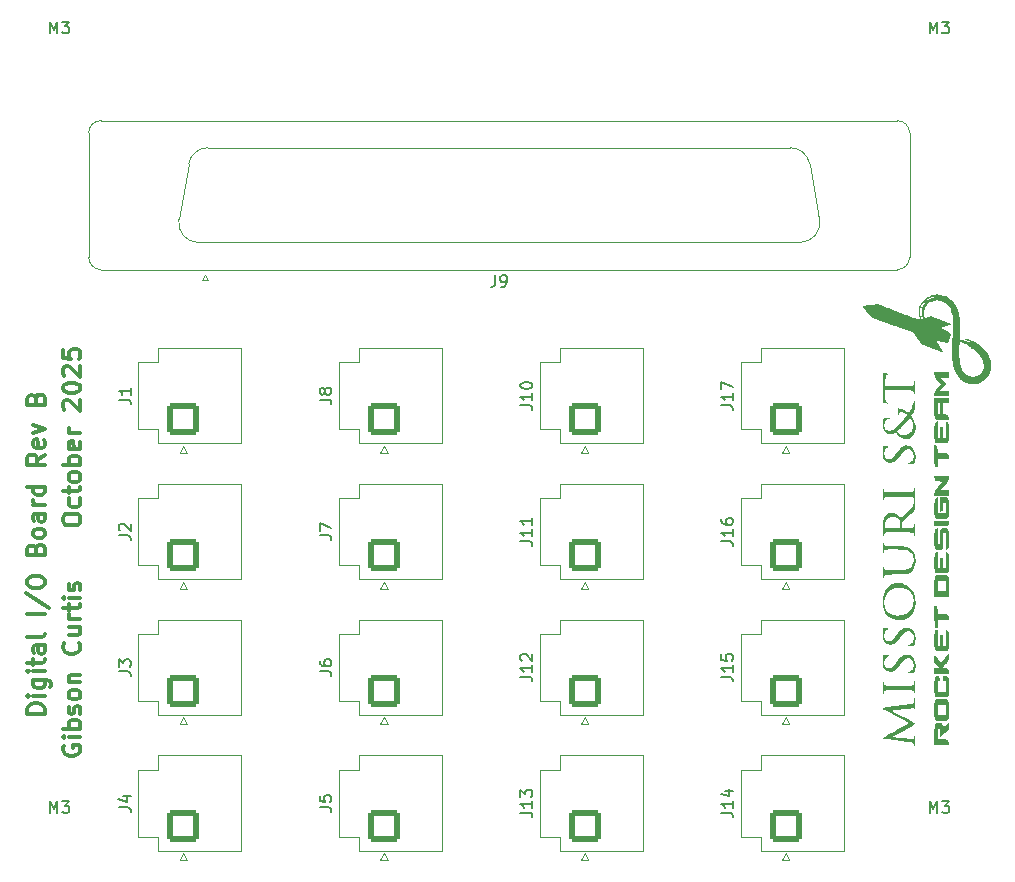
<source format=gto>
G04 #@! TF.GenerationSoftware,KiCad,Pcbnew,9.0.5*
G04 #@! TF.CreationDate,2025-10-19T17:42:20-05:00*
G04 #@! TF.ProjectId,Digital IO Board Rev B,44696769-7461-46c2-9049-4f20426f6172,rev?*
G04 #@! TF.SameCoordinates,Original*
G04 #@! TF.FileFunction,Legend,Top*
G04 #@! TF.FilePolarity,Positive*
%FSLAX46Y46*%
G04 Gerber Fmt 4.6, Leading zero omitted, Abs format (unit mm)*
G04 Created by KiCad (PCBNEW 9.0.5) date 2025-10-19 17:42:20*
%MOMM*%
%LPD*%
G01*
G04 APERTURE LIST*
G04 Aperture macros list*
%AMRoundRect*
0 Rectangle with rounded corners*
0 $1 Rounding radius*
0 $2 $3 $4 $5 $6 $7 $8 $9 X,Y pos of 4 corners*
0 Add a 4 corners polygon primitive as box body*
4,1,4,$2,$3,$4,$5,$6,$7,$8,$9,$2,$3,0*
0 Add four circle primitives for the rounded corners*
1,1,$1+$1,$2,$3*
1,1,$1+$1,$4,$5*
1,1,$1+$1,$6,$7*
1,1,$1+$1,$8,$9*
0 Add four rect primitives between the rounded corners*
20,1,$1+$1,$2,$3,$4,$5,0*
20,1,$1+$1,$4,$5,$6,$7,0*
20,1,$1+$1,$6,$7,$8,$9,0*
20,1,$1+$1,$8,$9,$2,$3,0*%
G04 Aperture macros list end*
%ADD10C,0.375000*%
%ADD11C,0.150000*%
%ADD12C,0.120000*%
%ADD13C,0.000000*%
%ADD14RoundRect,0.250001X1.099999X-1.099999X1.099999X1.099999X-1.099999X1.099999X-1.099999X-1.099999X0*%
%ADD15C,2.700000*%
%ADD16C,3.200000*%
%ADD17C,4.000000*%
%ADD18R,1.600000X1.600000*%
%ADD19C,1.600000*%
G04 APERTURE END LIST*
D10*
X93296928Y-93896147D02*
X91796928Y-93896147D01*
X91796928Y-93896147D02*
X91796928Y-93539004D01*
X91796928Y-93539004D02*
X91868357Y-93324718D01*
X91868357Y-93324718D02*
X92011214Y-93181861D01*
X92011214Y-93181861D02*
X92154071Y-93110432D01*
X92154071Y-93110432D02*
X92439785Y-93039004D01*
X92439785Y-93039004D02*
X92654071Y-93039004D01*
X92654071Y-93039004D02*
X92939785Y-93110432D01*
X92939785Y-93110432D02*
X93082642Y-93181861D01*
X93082642Y-93181861D02*
X93225500Y-93324718D01*
X93225500Y-93324718D02*
X93296928Y-93539004D01*
X93296928Y-93539004D02*
X93296928Y-93896147D01*
X93296928Y-92396147D02*
X92296928Y-92396147D01*
X91796928Y-92396147D02*
X91868357Y-92467575D01*
X91868357Y-92467575D02*
X91939785Y-92396147D01*
X91939785Y-92396147D02*
X91868357Y-92324718D01*
X91868357Y-92324718D02*
X91796928Y-92396147D01*
X91796928Y-92396147D02*
X91939785Y-92396147D01*
X92296928Y-91039004D02*
X93511214Y-91039004D01*
X93511214Y-91039004D02*
X93654071Y-91110432D01*
X93654071Y-91110432D02*
X93725500Y-91181861D01*
X93725500Y-91181861D02*
X93796928Y-91324718D01*
X93796928Y-91324718D02*
X93796928Y-91539004D01*
X93796928Y-91539004D02*
X93725500Y-91681861D01*
X93225500Y-91039004D02*
X93296928Y-91181861D01*
X93296928Y-91181861D02*
X93296928Y-91467575D01*
X93296928Y-91467575D02*
X93225500Y-91610432D01*
X93225500Y-91610432D02*
X93154071Y-91681861D01*
X93154071Y-91681861D02*
X93011214Y-91753289D01*
X93011214Y-91753289D02*
X92582642Y-91753289D01*
X92582642Y-91753289D02*
X92439785Y-91681861D01*
X92439785Y-91681861D02*
X92368357Y-91610432D01*
X92368357Y-91610432D02*
X92296928Y-91467575D01*
X92296928Y-91467575D02*
X92296928Y-91181861D01*
X92296928Y-91181861D02*
X92368357Y-91039004D01*
X93296928Y-90324718D02*
X92296928Y-90324718D01*
X91796928Y-90324718D02*
X91868357Y-90396146D01*
X91868357Y-90396146D02*
X91939785Y-90324718D01*
X91939785Y-90324718D02*
X91868357Y-90253289D01*
X91868357Y-90253289D02*
X91796928Y-90324718D01*
X91796928Y-90324718D02*
X91939785Y-90324718D01*
X92296928Y-89824717D02*
X92296928Y-89253289D01*
X91796928Y-89610432D02*
X93082642Y-89610432D01*
X93082642Y-89610432D02*
X93225500Y-89539003D01*
X93225500Y-89539003D02*
X93296928Y-89396146D01*
X93296928Y-89396146D02*
X93296928Y-89253289D01*
X93296928Y-88110432D02*
X92511214Y-88110432D01*
X92511214Y-88110432D02*
X92368357Y-88181860D01*
X92368357Y-88181860D02*
X92296928Y-88324717D01*
X92296928Y-88324717D02*
X92296928Y-88610432D01*
X92296928Y-88610432D02*
X92368357Y-88753289D01*
X93225500Y-88110432D02*
X93296928Y-88253289D01*
X93296928Y-88253289D02*
X93296928Y-88610432D01*
X93296928Y-88610432D02*
X93225500Y-88753289D01*
X93225500Y-88753289D02*
X93082642Y-88824717D01*
X93082642Y-88824717D02*
X92939785Y-88824717D01*
X92939785Y-88824717D02*
X92796928Y-88753289D01*
X92796928Y-88753289D02*
X92725500Y-88610432D01*
X92725500Y-88610432D02*
X92725500Y-88253289D01*
X92725500Y-88253289D02*
X92654071Y-88110432D01*
X93296928Y-87181860D02*
X93225500Y-87324717D01*
X93225500Y-87324717D02*
X93082642Y-87396146D01*
X93082642Y-87396146D02*
X91796928Y-87396146D01*
X93296928Y-85467575D02*
X91796928Y-85467575D01*
X91725500Y-83681860D02*
X93654071Y-84967574D01*
X91796928Y-82896145D02*
X91796928Y-82610431D01*
X91796928Y-82610431D02*
X91868357Y-82467574D01*
X91868357Y-82467574D02*
X92011214Y-82324717D01*
X92011214Y-82324717D02*
X92296928Y-82253288D01*
X92296928Y-82253288D02*
X92796928Y-82253288D01*
X92796928Y-82253288D02*
X93082642Y-82324717D01*
X93082642Y-82324717D02*
X93225500Y-82467574D01*
X93225500Y-82467574D02*
X93296928Y-82610431D01*
X93296928Y-82610431D02*
X93296928Y-82896145D01*
X93296928Y-82896145D02*
X93225500Y-83039003D01*
X93225500Y-83039003D02*
X93082642Y-83181860D01*
X93082642Y-83181860D02*
X92796928Y-83253288D01*
X92796928Y-83253288D02*
X92296928Y-83253288D01*
X92296928Y-83253288D02*
X92011214Y-83181860D01*
X92011214Y-83181860D02*
X91868357Y-83039003D01*
X91868357Y-83039003D02*
X91796928Y-82896145D01*
X92511214Y-79967574D02*
X92582642Y-79753288D01*
X92582642Y-79753288D02*
X92654071Y-79681859D01*
X92654071Y-79681859D02*
X92796928Y-79610431D01*
X92796928Y-79610431D02*
X93011214Y-79610431D01*
X93011214Y-79610431D02*
X93154071Y-79681859D01*
X93154071Y-79681859D02*
X93225500Y-79753288D01*
X93225500Y-79753288D02*
X93296928Y-79896145D01*
X93296928Y-79896145D02*
X93296928Y-80467574D01*
X93296928Y-80467574D02*
X91796928Y-80467574D01*
X91796928Y-80467574D02*
X91796928Y-79967574D01*
X91796928Y-79967574D02*
X91868357Y-79824717D01*
X91868357Y-79824717D02*
X91939785Y-79753288D01*
X91939785Y-79753288D02*
X92082642Y-79681859D01*
X92082642Y-79681859D02*
X92225500Y-79681859D01*
X92225500Y-79681859D02*
X92368357Y-79753288D01*
X92368357Y-79753288D02*
X92439785Y-79824717D01*
X92439785Y-79824717D02*
X92511214Y-79967574D01*
X92511214Y-79967574D02*
X92511214Y-80467574D01*
X93296928Y-78753288D02*
X93225500Y-78896145D01*
X93225500Y-78896145D02*
X93154071Y-78967574D01*
X93154071Y-78967574D02*
X93011214Y-79039002D01*
X93011214Y-79039002D02*
X92582642Y-79039002D01*
X92582642Y-79039002D02*
X92439785Y-78967574D01*
X92439785Y-78967574D02*
X92368357Y-78896145D01*
X92368357Y-78896145D02*
X92296928Y-78753288D01*
X92296928Y-78753288D02*
X92296928Y-78539002D01*
X92296928Y-78539002D02*
X92368357Y-78396145D01*
X92368357Y-78396145D02*
X92439785Y-78324717D01*
X92439785Y-78324717D02*
X92582642Y-78253288D01*
X92582642Y-78253288D02*
X93011214Y-78253288D01*
X93011214Y-78253288D02*
X93154071Y-78324717D01*
X93154071Y-78324717D02*
X93225500Y-78396145D01*
X93225500Y-78396145D02*
X93296928Y-78539002D01*
X93296928Y-78539002D02*
X93296928Y-78753288D01*
X93296928Y-76967574D02*
X92511214Y-76967574D01*
X92511214Y-76967574D02*
X92368357Y-77039002D01*
X92368357Y-77039002D02*
X92296928Y-77181859D01*
X92296928Y-77181859D02*
X92296928Y-77467574D01*
X92296928Y-77467574D02*
X92368357Y-77610431D01*
X93225500Y-76967574D02*
X93296928Y-77110431D01*
X93296928Y-77110431D02*
X93296928Y-77467574D01*
X93296928Y-77467574D02*
X93225500Y-77610431D01*
X93225500Y-77610431D02*
X93082642Y-77681859D01*
X93082642Y-77681859D02*
X92939785Y-77681859D01*
X92939785Y-77681859D02*
X92796928Y-77610431D01*
X92796928Y-77610431D02*
X92725500Y-77467574D01*
X92725500Y-77467574D02*
X92725500Y-77110431D01*
X92725500Y-77110431D02*
X92654071Y-76967574D01*
X93296928Y-76253288D02*
X92296928Y-76253288D01*
X92582642Y-76253288D02*
X92439785Y-76181859D01*
X92439785Y-76181859D02*
X92368357Y-76110431D01*
X92368357Y-76110431D02*
X92296928Y-75967573D01*
X92296928Y-75967573D02*
X92296928Y-75824716D01*
X93296928Y-74681860D02*
X91796928Y-74681860D01*
X93225500Y-74681860D02*
X93296928Y-74824717D01*
X93296928Y-74824717D02*
X93296928Y-75110431D01*
X93296928Y-75110431D02*
X93225500Y-75253288D01*
X93225500Y-75253288D02*
X93154071Y-75324717D01*
X93154071Y-75324717D02*
X93011214Y-75396145D01*
X93011214Y-75396145D02*
X92582642Y-75396145D01*
X92582642Y-75396145D02*
X92439785Y-75324717D01*
X92439785Y-75324717D02*
X92368357Y-75253288D01*
X92368357Y-75253288D02*
X92296928Y-75110431D01*
X92296928Y-75110431D02*
X92296928Y-74824717D01*
X92296928Y-74824717D02*
X92368357Y-74681860D01*
X93296928Y-71967574D02*
X92582642Y-72467574D01*
X93296928Y-72824717D02*
X91796928Y-72824717D01*
X91796928Y-72824717D02*
X91796928Y-72253288D01*
X91796928Y-72253288D02*
X91868357Y-72110431D01*
X91868357Y-72110431D02*
X91939785Y-72039002D01*
X91939785Y-72039002D02*
X92082642Y-71967574D01*
X92082642Y-71967574D02*
X92296928Y-71967574D01*
X92296928Y-71967574D02*
X92439785Y-72039002D01*
X92439785Y-72039002D02*
X92511214Y-72110431D01*
X92511214Y-72110431D02*
X92582642Y-72253288D01*
X92582642Y-72253288D02*
X92582642Y-72824717D01*
X93225500Y-70753288D02*
X93296928Y-70896145D01*
X93296928Y-70896145D02*
X93296928Y-71181860D01*
X93296928Y-71181860D02*
X93225500Y-71324717D01*
X93225500Y-71324717D02*
X93082642Y-71396145D01*
X93082642Y-71396145D02*
X92511214Y-71396145D01*
X92511214Y-71396145D02*
X92368357Y-71324717D01*
X92368357Y-71324717D02*
X92296928Y-71181860D01*
X92296928Y-71181860D02*
X92296928Y-70896145D01*
X92296928Y-70896145D02*
X92368357Y-70753288D01*
X92368357Y-70753288D02*
X92511214Y-70681860D01*
X92511214Y-70681860D02*
X92654071Y-70681860D01*
X92654071Y-70681860D02*
X92796928Y-71396145D01*
X92296928Y-70181860D02*
X93296928Y-69824717D01*
X93296928Y-69824717D02*
X92296928Y-69467574D01*
X92511214Y-67253289D02*
X92582642Y-67039003D01*
X92582642Y-67039003D02*
X92654071Y-66967574D01*
X92654071Y-66967574D02*
X92796928Y-66896146D01*
X92796928Y-66896146D02*
X93011214Y-66896146D01*
X93011214Y-66896146D02*
X93154071Y-66967574D01*
X93154071Y-66967574D02*
X93225500Y-67039003D01*
X93225500Y-67039003D02*
X93296928Y-67181860D01*
X93296928Y-67181860D02*
X93296928Y-67753289D01*
X93296928Y-67753289D02*
X91796928Y-67753289D01*
X91796928Y-67753289D02*
X91796928Y-67253289D01*
X91796928Y-67253289D02*
X91868357Y-67110432D01*
X91868357Y-67110432D02*
X91939785Y-67039003D01*
X91939785Y-67039003D02*
X92082642Y-66967574D01*
X92082642Y-66967574D02*
X92225500Y-66967574D01*
X92225500Y-66967574D02*
X92368357Y-67039003D01*
X92368357Y-67039003D02*
X92439785Y-67110432D01*
X92439785Y-67110432D02*
X92511214Y-67253289D01*
X92511214Y-67253289D02*
X92511214Y-67753289D01*
X94868357Y-96610432D02*
X94796928Y-96753290D01*
X94796928Y-96753290D02*
X94796928Y-96967575D01*
X94796928Y-96967575D02*
X94868357Y-97181861D01*
X94868357Y-97181861D02*
X95011214Y-97324718D01*
X95011214Y-97324718D02*
X95154071Y-97396147D01*
X95154071Y-97396147D02*
X95439785Y-97467575D01*
X95439785Y-97467575D02*
X95654071Y-97467575D01*
X95654071Y-97467575D02*
X95939785Y-97396147D01*
X95939785Y-97396147D02*
X96082642Y-97324718D01*
X96082642Y-97324718D02*
X96225500Y-97181861D01*
X96225500Y-97181861D02*
X96296928Y-96967575D01*
X96296928Y-96967575D02*
X96296928Y-96824718D01*
X96296928Y-96824718D02*
X96225500Y-96610432D01*
X96225500Y-96610432D02*
X96154071Y-96539004D01*
X96154071Y-96539004D02*
X95654071Y-96539004D01*
X95654071Y-96539004D02*
X95654071Y-96824718D01*
X96296928Y-95896147D02*
X95296928Y-95896147D01*
X94796928Y-95896147D02*
X94868357Y-95967575D01*
X94868357Y-95967575D02*
X94939785Y-95896147D01*
X94939785Y-95896147D02*
X94868357Y-95824718D01*
X94868357Y-95824718D02*
X94796928Y-95896147D01*
X94796928Y-95896147D02*
X94939785Y-95896147D01*
X96296928Y-95181861D02*
X94796928Y-95181861D01*
X95368357Y-95181861D02*
X95296928Y-95039004D01*
X95296928Y-95039004D02*
X95296928Y-94753289D01*
X95296928Y-94753289D02*
X95368357Y-94610432D01*
X95368357Y-94610432D02*
X95439785Y-94539004D01*
X95439785Y-94539004D02*
X95582642Y-94467575D01*
X95582642Y-94467575D02*
X96011214Y-94467575D01*
X96011214Y-94467575D02*
X96154071Y-94539004D01*
X96154071Y-94539004D02*
X96225500Y-94610432D01*
X96225500Y-94610432D02*
X96296928Y-94753289D01*
X96296928Y-94753289D02*
X96296928Y-95039004D01*
X96296928Y-95039004D02*
X96225500Y-95181861D01*
X96225500Y-93896146D02*
X96296928Y-93753289D01*
X96296928Y-93753289D02*
X96296928Y-93467575D01*
X96296928Y-93467575D02*
X96225500Y-93324718D01*
X96225500Y-93324718D02*
X96082642Y-93253289D01*
X96082642Y-93253289D02*
X96011214Y-93253289D01*
X96011214Y-93253289D02*
X95868357Y-93324718D01*
X95868357Y-93324718D02*
X95796928Y-93467575D01*
X95796928Y-93467575D02*
X95796928Y-93681861D01*
X95796928Y-93681861D02*
X95725500Y-93824718D01*
X95725500Y-93824718D02*
X95582642Y-93896146D01*
X95582642Y-93896146D02*
X95511214Y-93896146D01*
X95511214Y-93896146D02*
X95368357Y-93824718D01*
X95368357Y-93824718D02*
X95296928Y-93681861D01*
X95296928Y-93681861D02*
X95296928Y-93467575D01*
X95296928Y-93467575D02*
X95368357Y-93324718D01*
X96296928Y-92396146D02*
X96225500Y-92539003D01*
X96225500Y-92539003D02*
X96154071Y-92610432D01*
X96154071Y-92610432D02*
X96011214Y-92681860D01*
X96011214Y-92681860D02*
X95582642Y-92681860D01*
X95582642Y-92681860D02*
X95439785Y-92610432D01*
X95439785Y-92610432D02*
X95368357Y-92539003D01*
X95368357Y-92539003D02*
X95296928Y-92396146D01*
X95296928Y-92396146D02*
X95296928Y-92181860D01*
X95296928Y-92181860D02*
X95368357Y-92039003D01*
X95368357Y-92039003D02*
X95439785Y-91967575D01*
X95439785Y-91967575D02*
X95582642Y-91896146D01*
X95582642Y-91896146D02*
X96011214Y-91896146D01*
X96011214Y-91896146D02*
X96154071Y-91967575D01*
X96154071Y-91967575D02*
X96225500Y-92039003D01*
X96225500Y-92039003D02*
X96296928Y-92181860D01*
X96296928Y-92181860D02*
X96296928Y-92396146D01*
X95296928Y-91253289D02*
X96296928Y-91253289D01*
X95439785Y-91253289D02*
X95368357Y-91181860D01*
X95368357Y-91181860D02*
X95296928Y-91039003D01*
X95296928Y-91039003D02*
X95296928Y-90824717D01*
X95296928Y-90824717D02*
X95368357Y-90681860D01*
X95368357Y-90681860D02*
X95511214Y-90610432D01*
X95511214Y-90610432D02*
X96296928Y-90610432D01*
X96154071Y-87896146D02*
X96225500Y-87967574D01*
X96225500Y-87967574D02*
X96296928Y-88181860D01*
X96296928Y-88181860D02*
X96296928Y-88324717D01*
X96296928Y-88324717D02*
X96225500Y-88539003D01*
X96225500Y-88539003D02*
X96082642Y-88681860D01*
X96082642Y-88681860D02*
X95939785Y-88753289D01*
X95939785Y-88753289D02*
X95654071Y-88824717D01*
X95654071Y-88824717D02*
X95439785Y-88824717D01*
X95439785Y-88824717D02*
X95154071Y-88753289D01*
X95154071Y-88753289D02*
X95011214Y-88681860D01*
X95011214Y-88681860D02*
X94868357Y-88539003D01*
X94868357Y-88539003D02*
X94796928Y-88324717D01*
X94796928Y-88324717D02*
X94796928Y-88181860D01*
X94796928Y-88181860D02*
X94868357Y-87967574D01*
X94868357Y-87967574D02*
X94939785Y-87896146D01*
X95296928Y-86610432D02*
X96296928Y-86610432D01*
X95296928Y-87253289D02*
X96082642Y-87253289D01*
X96082642Y-87253289D02*
X96225500Y-87181860D01*
X96225500Y-87181860D02*
X96296928Y-87039003D01*
X96296928Y-87039003D02*
X96296928Y-86824717D01*
X96296928Y-86824717D02*
X96225500Y-86681860D01*
X96225500Y-86681860D02*
X96154071Y-86610432D01*
X96296928Y-85896146D02*
X95296928Y-85896146D01*
X95582642Y-85896146D02*
X95439785Y-85824717D01*
X95439785Y-85824717D02*
X95368357Y-85753289D01*
X95368357Y-85753289D02*
X95296928Y-85610431D01*
X95296928Y-85610431D02*
X95296928Y-85467574D01*
X95296928Y-85181860D02*
X95296928Y-84610432D01*
X94796928Y-84967575D02*
X96082642Y-84967575D01*
X96082642Y-84967575D02*
X96225500Y-84896146D01*
X96225500Y-84896146D02*
X96296928Y-84753289D01*
X96296928Y-84753289D02*
X96296928Y-84610432D01*
X96296928Y-84110432D02*
X95296928Y-84110432D01*
X94796928Y-84110432D02*
X94868357Y-84181860D01*
X94868357Y-84181860D02*
X94939785Y-84110432D01*
X94939785Y-84110432D02*
X94868357Y-84039003D01*
X94868357Y-84039003D02*
X94796928Y-84110432D01*
X94796928Y-84110432D02*
X94939785Y-84110432D01*
X96225500Y-83467574D02*
X96296928Y-83324717D01*
X96296928Y-83324717D02*
X96296928Y-83039003D01*
X96296928Y-83039003D02*
X96225500Y-82896146D01*
X96225500Y-82896146D02*
X96082642Y-82824717D01*
X96082642Y-82824717D02*
X96011214Y-82824717D01*
X96011214Y-82824717D02*
X95868357Y-82896146D01*
X95868357Y-82896146D02*
X95796928Y-83039003D01*
X95796928Y-83039003D02*
X95796928Y-83253289D01*
X95796928Y-83253289D02*
X95725500Y-83396146D01*
X95725500Y-83396146D02*
X95582642Y-83467574D01*
X95582642Y-83467574D02*
X95511214Y-83467574D01*
X95511214Y-83467574D02*
X95368357Y-83396146D01*
X95368357Y-83396146D02*
X95296928Y-83253289D01*
X95296928Y-83253289D02*
X95296928Y-83039003D01*
X95296928Y-83039003D02*
X95368357Y-82896146D01*
X94796928Y-77610432D02*
X94796928Y-77324718D01*
X94796928Y-77324718D02*
X94868357Y-77181861D01*
X94868357Y-77181861D02*
X95011214Y-77039004D01*
X95011214Y-77039004D02*
X95296928Y-76967575D01*
X95296928Y-76967575D02*
X95796928Y-76967575D01*
X95796928Y-76967575D02*
X96082642Y-77039004D01*
X96082642Y-77039004D02*
X96225500Y-77181861D01*
X96225500Y-77181861D02*
X96296928Y-77324718D01*
X96296928Y-77324718D02*
X96296928Y-77610432D01*
X96296928Y-77610432D02*
X96225500Y-77753290D01*
X96225500Y-77753290D02*
X96082642Y-77896147D01*
X96082642Y-77896147D02*
X95796928Y-77967575D01*
X95796928Y-77967575D02*
X95296928Y-77967575D01*
X95296928Y-77967575D02*
X95011214Y-77896147D01*
X95011214Y-77896147D02*
X94868357Y-77753290D01*
X94868357Y-77753290D02*
X94796928Y-77610432D01*
X96225500Y-75681861D02*
X96296928Y-75824718D01*
X96296928Y-75824718D02*
X96296928Y-76110432D01*
X96296928Y-76110432D02*
X96225500Y-76253289D01*
X96225500Y-76253289D02*
X96154071Y-76324718D01*
X96154071Y-76324718D02*
X96011214Y-76396146D01*
X96011214Y-76396146D02*
X95582642Y-76396146D01*
X95582642Y-76396146D02*
X95439785Y-76324718D01*
X95439785Y-76324718D02*
X95368357Y-76253289D01*
X95368357Y-76253289D02*
X95296928Y-76110432D01*
X95296928Y-76110432D02*
X95296928Y-75824718D01*
X95296928Y-75824718D02*
X95368357Y-75681861D01*
X95296928Y-75253289D02*
X95296928Y-74681861D01*
X94796928Y-75039004D02*
X96082642Y-75039004D01*
X96082642Y-75039004D02*
X96225500Y-74967575D01*
X96225500Y-74967575D02*
X96296928Y-74824718D01*
X96296928Y-74824718D02*
X96296928Y-74681861D01*
X96296928Y-73967575D02*
X96225500Y-74110432D01*
X96225500Y-74110432D02*
X96154071Y-74181861D01*
X96154071Y-74181861D02*
X96011214Y-74253289D01*
X96011214Y-74253289D02*
X95582642Y-74253289D01*
X95582642Y-74253289D02*
X95439785Y-74181861D01*
X95439785Y-74181861D02*
X95368357Y-74110432D01*
X95368357Y-74110432D02*
X95296928Y-73967575D01*
X95296928Y-73967575D02*
X95296928Y-73753289D01*
X95296928Y-73753289D02*
X95368357Y-73610432D01*
X95368357Y-73610432D02*
X95439785Y-73539004D01*
X95439785Y-73539004D02*
X95582642Y-73467575D01*
X95582642Y-73467575D02*
X96011214Y-73467575D01*
X96011214Y-73467575D02*
X96154071Y-73539004D01*
X96154071Y-73539004D02*
X96225500Y-73610432D01*
X96225500Y-73610432D02*
X96296928Y-73753289D01*
X96296928Y-73753289D02*
X96296928Y-73967575D01*
X96296928Y-72824718D02*
X94796928Y-72824718D01*
X95368357Y-72824718D02*
X95296928Y-72681861D01*
X95296928Y-72681861D02*
X95296928Y-72396146D01*
X95296928Y-72396146D02*
X95368357Y-72253289D01*
X95368357Y-72253289D02*
X95439785Y-72181861D01*
X95439785Y-72181861D02*
X95582642Y-72110432D01*
X95582642Y-72110432D02*
X96011214Y-72110432D01*
X96011214Y-72110432D02*
X96154071Y-72181861D01*
X96154071Y-72181861D02*
X96225500Y-72253289D01*
X96225500Y-72253289D02*
X96296928Y-72396146D01*
X96296928Y-72396146D02*
X96296928Y-72681861D01*
X96296928Y-72681861D02*
X96225500Y-72824718D01*
X96225500Y-70896146D02*
X96296928Y-71039003D01*
X96296928Y-71039003D02*
X96296928Y-71324718D01*
X96296928Y-71324718D02*
X96225500Y-71467575D01*
X96225500Y-71467575D02*
X96082642Y-71539003D01*
X96082642Y-71539003D02*
X95511214Y-71539003D01*
X95511214Y-71539003D02*
X95368357Y-71467575D01*
X95368357Y-71467575D02*
X95296928Y-71324718D01*
X95296928Y-71324718D02*
X95296928Y-71039003D01*
X95296928Y-71039003D02*
X95368357Y-70896146D01*
X95368357Y-70896146D02*
X95511214Y-70824718D01*
X95511214Y-70824718D02*
X95654071Y-70824718D01*
X95654071Y-70824718D02*
X95796928Y-71539003D01*
X96296928Y-70181861D02*
X95296928Y-70181861D01*
X95582642Y-70181861D02*
X95439785Y-70110432D01*
X95439785Y-70110432D02*
X95368357Y-70039004D01*
X95368357Y-70039004D02*
X95296928Y-69896146D01*
X95296928Y-69896146D02*
X95296928Y-69753289D01*
X94939785Y-68181861D02*
X94868357Y-68110433D01*
X94868357Y-68110433D02*
X94796928Y-67967576D01*
X94796928Y-67967576D02*
X94796928Y-67610433D01*
X94796928Y-67610433D02*
X94868357Y-67467576D01*
X94868357Y-67467576D02*
X94939785Y-67396147D01*
X94939785Y-67396147D02*
X95082642Y-67324718D01*
X95082642Y-67324718D02*
X95225500Y-67324718D01*
X95225500Y-67324718D02*
X95439785Y-67396147D01*
X95439785Y-67396147D02*
X96296928Y-68253290D01*
X96296928Y-68253290D02*
X96296928Y-67324718D01*
X94796928Y-66396147D02*
X94796928Y-66253290D01*
X94796928Y-66253290D02*
X94868357Y-66110433D01*
X94868357Y-66110433D02*
X94939785Y-66039005D01*
X94939785Y-66039005D02*
X95082642Y-65967576D01*
X95082642Y-65967576D02*
X95368357Y-65896147D01*
X95368357Y-65896147D02*
X95725500Y-65896147D01*
X95725500Y-65896147D02*
X96011214Y-65967576D01*
X96011214Y-65967576D02*
X96154071Y-66039005D01*
X96154071Y-66039005D02*
X96225500Y-66110433D01*
X96225500Y-66110433D02*
X96296928Y-66253290D01*
X96296928Y-66253290D02*
X96296928Y-66396147D01*
X96296928Y-66396147D02*
X96225500Y-66539005D01*
X96225500Y-66539005D02*
X96154071Y-66610433D01*
X96154071Y-66610433D02*
X96011214Y-66681862D01*
X96011214Y-66681862D02*
X95725500Y-66753290D01*
X95725500Y-66753290D02*
X95368357Y-66753290D01*
X95368357Y-66753290D02*
X95082642Y-66681862D01*
X95082642Y-66681862D02*
X94939785Y-66610433D01*
X94939785Y-66610433D02*
X94868357Y-66539005D01*
X94868357Y-66539005D02*
X94796928Y-66396147D01*
X94939785Y-65324719D02*
X94868357Y-65253291D01*
X94868357Y-65253291D02*
X94796928Y-65110434D01*
X94796928Y-65110434D02*
X94796928Y-64753291D01*
X94796928Y-64753291D02*
X94868357Y-64610434D01*
X94868357Y-64610434D02*
X94939785Y-64539005D01*
X94939785Y-64539005D02*
X95082642Y-64467576D01*
X95082642Y-64467576D02*
X95225500Y-64467576D01*
X95225500Y-64467576D02*
X95439785Y-64539005D01*
X95439785Y-64539005D02*
X96296928Y-65396148D01*
X96296928Y-65396148D02*
X96296928Y-64467576D01*
X94796928Y-63110434D02*
X94796928Y-63824720D01*
X94796928Y-63824720D02*
X95511214Y-63896148D01*
X95511214Y-63896148D02*
X95439785Y-63824720D01*
X95439785Y-63824720D02*
X95368357Y-63681863D01*
X95368357Y-63681863D02*
X95368357Y-63324720D01*
X95368357Y-63324720D02*
X95439785Y-63181863D01*
X95439785Y-63181863D02*
X95511214Y-63110434D01*
X95511214Y-63110434D02*
X95654071Y-63039005D01*
X95654071Y-63039005D02*
X96011214Y-63039005D01*
X96011214Y-63039005D02*
X96154071Y-63110434D01*
X96154071Y-63110434D02*
X96225500Y-63181863D01*
X96225500Y-63181863D02*
X96296928Y-63324720D01*
X96296928Y-63324720D02*
X96296928Y-63681863D01*
X96296928Y-63681863D02*
X96225500Y-63824720D01*
X96225500Y-63824720D02*
X96154071Y-63896148D01*
D11*
X133554819Y-90789523D02*
X134269104Y-90789523D01*
X134269104Y-90789523D02*
X134411961Y-90837142D01*
X134411961Y-90837142D02*
X134507200Y-90932380D01*
X134507200Y-90932380D02*
X134554819Y-91075237D01*
X134554819Y-91075237D02*
X134554819Y-91170475D01*
X134554819Y-89789523D02*
X134554819Y-90360951D01*
X134554819Y-90075237D02*
X133554819Y-90075237D01*
X133554819Y-90075237D02*
X133697676Y-90170475D01*
X133697676Y-90170475D02*
X133792914Y-90265713D01*
X133792914Y-90265713D02*
X133840533Y-90360951D01*
X133650057Y-89408570D02*
X133602438Y-89360951D01*
X133602438Y-89360951D02*
X133554819Y-89265713D01*
X133554819Y-89265713D02*
X133554819Y-89027618D01*
X133554819Y-89027618D02*
X133602438Y-88932380D01*
X133602438Y-88932380D02*
X133650057Y-88884761D01*
X133650057Y-88884761D02*
X133745295Y-88837142D01*
X133745295Y-88837142D02*
X133840533Y-88837142D01*
X133840533Y-88837142D02*
X133983390Y-88884761D01*
X133983390Y-88884761D02*
X134554819Y-89456189D01*
X134554819Y-89456189D02*
X134554819Y-88837142D01*
X168190476Y-36304819D02*
X168190476Y-35304819D01*
X168190476Y-35304819D02*
X168523809Y-36019104D01*
X168523809Y-36019104D02*
X168857142Y-35304819D01*
X168857142Y-35304819D02*
X168857142Y-36304819D01*
X169238095Y-35304819D02*
X169857142Y-35304819D01*
X169857142Y-35304819D02*
X169523809Y-35685771D01*
X169523809Y-35685771D02*
X169666666Y-35685771D01*
X169666666Y-35685771D02*
X169761904Y-35733390D01*
X169761904Y-35733390D02*
X169809523Y-35781009D01*
X169809523Y-35781009D02*
X169857142Y-35876247D01*
X169857142Y-35876247D02*
X169857142Y-36114342D01*
X169857142Y-36114342D02*
X169809523Y-36209580D01*
X169809523Y-36209580D02*
X169761904Y-36257200D01*
X169761904Y-36257200D02*
X169666666Y-36304819D01*
X169666666Y-36304819D02*
X169380952Y-36304819D01*
X169380952Y-36304819D02*
X169285714Y-36257200D01*
X169285714Y-36257200D02*
X169238095Y-36209580D01*
X93690476Y-36304819D02*
X93690476Y-35304819D01*
X93690476Y-35304819D02*
X94023809Y-36019104D01*
X94023809Y-36019104D02*
X94357142Y-35304819D01*
X94357142Y-35304819D02*
X94357142Y-36304819D01*
X94738095Y-35304819D02*
X95357142Y-35304819D01*
X95357142Y-35304819D02*
X95023809Y-35685771D01*
X95023809Y-35685771D02*
X95166666Y-35685771D01*
X95166666Y-35685771D02*
X95261904Y-35733390D01*
X95261904Y-35733390D02*
X95309523Y-35781009D01*
X95309523Y-35781009D02*
X95357142Y-35876247D01*
X95357142Y-35876247D02*
X95357142Y-36114342D01*
X95357142Y-36114342D02*
X95309523Y-36209580D01*
X95309523Y-36209580D02*
X95261904Y-36257200D01*
X95261904Y-36257200D02*
X95166666Y-36304819D01*
X95166666Y-36304819D02*
X94880952Y-36304819D01*
X94880952Y-36304819D02*
X94785714Y-36257200D01*
X94785714Y-36257200D02*
X94738095Y-36209580D01*
X150554819Y-67789523D02*
X151269104Y-67789523D01*
X151269104Y-67789523D02*
X151411961Y-67837142D01*
X151411961Y-67837142D02*
X151507200Y-67932380D01*
X151507200Y-67932380D02*
X151554819Y-68075237D01*
X151554819Y-68075237D02*
X151554819Y-68170475D01*
X151554819Y-66789523D02*
X151554819Y-67360951D01*
X151554819Y-67075237D02*
X150554819Y-67075237D01*
X150554819Y-67075237D02*
X150697676Y-67170475D01*
X150697676Y-67170475D02*
X150792914Y-67265713D01*
X150792914Y-67265713D02*
X150840533Y-67360951D01*
X150554819Y-66456189D02*
X150554819Y-65789523D01*
X150554819Y-65789523D02*
X151554819Y-66218094D01*
X150554819Y-102289523D02*
X151269104Y-102289523D01*
X151269104Y-102289523D02*
X151411961Y-102337142D01*
X151411961Y-102337142D02*
X151507200Y-102432380D01*
X151507200Y-102432380D02*
X151554819Y-102575237D01*
X151554819Y-102575237D02*
X151554819Y-102670475D01*
X151554819Y-101289523D02*
X151554819Y-101860951D01*
X151554819Y-101575237D02*
X150554819Y-101575237D01*
X150554819Y-101575237D02*
X150697676Y-101670475D01*
X150697676Y-101670475D02*
X150792914Y-101765713D01*
X150792914Y-101765713D02*
X150840533Y-101860951D01*
X150888152Y-100432380D02*
X151554819Y-100432380D01*
X150507200Y-100670475D02*
X151221485Y-100908570D01*
X151221485Y-100908570D02*
X151221485Y-100289523D01*
X116554819Y-67313333D02*
X117269104Y-67313333D01*
X117269104Y-67313333D02*
X117411961Y-67360952D01*
X117411961Y-67360952D02*
X117507200Y-67456190D01*
X117507200Y-67456190D02*
X117554819Y-67599047D01*
X117554819Y-67599047D02*
X117554819Y-67694285D01*
X116983390Y-66694285D02*
X116935771Y-66789523D01*
X116935771Y-66789523D02*
X116888152Y-66837142D01*
X116888152Y-66837142D02*
X116792914Y-66884761D01*
X116792914Y-66884761D02*
X116745295Y-66884761D01*
X116745295Y-66884761D02*
X116650057Y-66837142D01*
X116650057Y-66837142D02*
X116602438Y-66789523D01*
X116602438Y-66789523D02*
X116554819Y-66694285D01*
X116554819Y-66694285D02*
X116554819Y-66503809D01*
X116554819Y-66503809D02*
X116602438Y-66408571D01*
X116602438Y-66408571D02*
X116650057Y-66360952D01*
X116650057Y-66360952D02*
X116745295Y-66313333D01*
X116745295Y-66313333D02*
X116792914Y-66313333D01*
X116792914Y-66313333D02*
X116888152Y-66360952D01*
X116888152Y-66360952D02*
X116935771Y-66408571D01*
X116935771Y-66408571D02*
X116983390Y-66503809D01*
X116983390Y-66503809D02*
X116983390Y-66694285D01*
X116983390Y-66694285D02*
X117031009Y-66789523D01*
X117031009Y-66789523D02*
X117078628Y-66837142D01*
X117078628Y-66837142D02*
X117173866Y-66884761D01*
X117173866Y-66884761D02*
X117364342Y-66884761D01*
X117364342Y-66884761D02*
X117459580Y-66837142D01*
X117459580Y-66837142D02*
X117507200Y-66789523D01*
X117507200Y-66789523D02*
X117554819Y-66694285D01*
X117554819Y-66694285D02*
X117554819Y-66503809D01*
X117554819Y-66503809D02*
X117507200Y-66408571D01*
X117507200Y-66408571D02*
X117459580Y-66360952D01*
X117459580Y-66360952D02*
X117364342Y-66313333D01*
X117364342Y-66313333D02*
X117173866Y-66313333D01*
X117173866Y-66313333D02*
X117078628Y-66360952D01*
X117078628Y-66360952D02*
X117031009Y-66408571D01*
X117031009Y-66408571D02*
X116983390Y-66503809D01*
X99554819Y-67313333D02*
X100269104Y-67313333D01*
X100269104Y-67313333D02*
X100411961Y-67360952D01*
X100411961Y-67360952D02*
X100507200Y-67456190D01*
X100507200Y-67456190D02*
X100554819Y-67599047D01*
X100554819Y-67599047D02*
X100554819Y-67694285D01*
X100554819Y-66313333D02*
X100554819Y-66884761D01*
X100554819Y-66599047D02*
X99554819Y-66599047D01*
X99554819Y-66599047D02*
X99697676Y-66694285D01*
X99697676Y-66694285D02*
X99792914Y-66789523D01*
X99792914Y-66789523D02*
X99840533Y-66884761D01*
X93690476Y-102304819D02*
X93690476Y-101304819D01*
X93690476Y-101304819D02*
X94023809Y-102019104D01*
X94023809Y-102019104D02*
X94357142Y-101304819D01*
X94357142Y-101304819D02*
X94357142Y-102304819D01*
X94738095Y-101304819D02*
X95357142Y-101304819D01*
X95357142Y-101304819D02*
X95023809Y-101685771D01*
X95023809Y-101685771D02*
X95166666Y-101685771D01*
X95166666Y-101685771D02*
X95261904Y-101733390D01*
X95261904Y-101733390D02*
X95309523Y-101781009D01*
X95309523Y-101781009D02*
X95357142Y-101876247D01*
X95357142Y-101876247D02*
X95357142Y-102114342D01*
X95357142Y-102114342D02*
X95309523Y-102209580D01*
X95309523Y-102209580D02*
X95261904Y-102257200D01*
X95261904Y-102257200D02*
X95166666Y-102304819D01*
X95166666Y-102304819D02*
X94880952Y-102304819D01*
X94880952Y-102304819D02*
X94785714Y-102257200D01*
X94785714Y-102257200D02*
X94738095Y-102209580D01*
X168190476Y-102304819D02*
X168190476Y-101304819D01*
X168190476Y-101304819D02*
X168523809Y-102019104D01*
X168523809Y-102019104D02*
X168857142Y-101304819D01*
X168857142Y-101304819D02*
X168857142Y-102304819D01*
X169238095Y-101304819D02*
X169857142Y-101304819D01*
X169857142Y-101304819D02*
X169523809Y-101685771D01*
X169523809Y-101685771D02*
X169666666Y-101685771D01*
X169666666Y-101685771D02*
X169761904Y-101733390D01*
X169761904Y-101733390D02*
X169809523Y-101781009D01*
X169809523Y-101781009D02*
X169857142Y-101876247D01*
X169857142Y-101876247D02*
X169857142Y-102114342D01*
X169857142Y-102114342D02*
X169809523Y-102209580D01*
X169809523Y-102209580D02*
X169761904Y-102257200D01*
X169761904Y-102257200D02*
X169666666Y-102304819D01*
X169666666Y-102304819D02*
X169380952Y-102304819D01*
X169380952Y-102304819D02*
X169285714Y-102257200D01*
X169285714Y-102257200D02*
X169238095Y-102209580D01*
X150554819Y-79289523D02*
X151269104Y-79289523D01*
X151269104Y-79289523D02*
X151411961Y-79337142D01*
X151411961Y-79337142D02*
X151507200Y-79432380D01*
X151507200Y-79432380D02*
X151554819Y-79575237D01*
X151554819Y-79575237D02*
X151554819Y-79670475D01*
X151554819Y-78289523D02*
X151554819Y-78860951D01*
X151554819Y-78575237D02*
X150554819Y-78575237D01*
X150554819Y-78575237D02*
X150697676Y-78670475D01*
X150697676Y-78670475D02*
X150792914Y-78765713D01*
X150792914Y-78765713D02*
X150840533Y-78860951D01*
X150554819Y-77432380D02*
X150554819Y-77622856D01*
X150554819Y-77622856D02*
X150602438Y-77718094D01*
X150602438Y-77718094D02*
X150650057Y-77765713D01*
X150650057Y-77765713D02*
X150792914Y-77860951D01*
X150792914Y-77860951D02*
X150983390Y-77908570D01*
X150983390Y-77908570D02*
X151364342Y-77908570D01*
X151364342Y-77908570D02*
X151459580Y-77860951D01*
X151459580Y-77860951D02*
X151507200Y-77813332D01*
X151507200Y-77813332D02*
X151554819Y-77718094D01*
X151554819Y-77718094D02*
X151554819Y-77527618D01*
X151554819Y-77527618D02*
X151507200Y-77432380D01*
X151507200Y-77432380D02*
X151459580Y-77384761D01*
X151459580Y-77384761D02*
X151364342Y-77337142D01*
X151364342Y-77337142D02*
X151126247Y-77337142D01*
X151126247Y-77337142D02*
X151031009Y-77384761D01*
X151031009Y-77384761D02*
X150983390Y-77432380D01*
X150983390Y-77432380D02*
X150935771Y-77527618D01*
X150935771Y-77527618D02*
X150935771Y-77718094D01*
X150935771Y-77718094D02*
X150983390Y-77813332D01*
X150983390Y-77813332D02*
X151031009Y-77860951D01*
X151031009Y-77860951D02*
X151126247Y-77908570D01*
X131416666Y-56764819D02*
X131416666Y-57479104D01*
X131416666Y-57479104D02*
X131369047Y-57621961D01*
X131369047Y-57621961D02*
X131273809Y-57717200D01*
X131273809Y-57717200D02*
X131130952Y-57764819D01*
X131130952Y-57764819D02*
X131035714Y-57764819D01*
X131940476Y-57764819D02*
X132130952Y-57764819D01*
X132130952Y-57764819D02*
X132226190Y-57717200D01*
X132226190Y-57717200D02*
X132273809Y-57669580D01*
X132273809Y-57669580D02*
X132369047Y-57526723D01*
X132369047Y-57526723D02*
X132416666Y-57336247D01*
X132416666Y-57336247D02*
X132416666Y-56955295D01*
X132416666Y-56955295D02*
X132369047Y-56860057D01*
X132369047Y-56860057D02*
X132321428Y-56812438D01*
X132321428Y-56812438D02*
X132226190Y-56764819D01*
X132226190Y-56764819D02*
X132035714Y-56764819D01*
X132035714Y-56764819D02*
X131940476Y-56812438D01*
X131940476Y-56812438D02*
X131892857Y-56860057D01*
X131892857Y-56860057D02*
X131845238Y-56955295D01*
X131845238Y-56955295D02*
X131845238Y-57193390D01*
X131845238Y-57193390D02*
X131892857Y-57288628D01*
X131892857Y-57288628D02*
X131940476Y-57336247D01*
X131940476Y-57336247D02*
X132035714Y-57383866D01*
X132035714Y-57383866D02*
X132226190Y-57383866D01*
X132226190Y-57383866D02*
X132321428Y-57336247D01*
X132321428Y-57336247D02*
X132369047Y-57288628D01*
X132369047Y-57288628D02*
X132416666Y-57193390D01*
X99554819Y-101813333D02*
X100269104Y-101813333D01*
X100269104Y-101813333D02*
X100411961Y-101860952D01*
X100411961Y-101860952D02*
X100507200Y-101956190D01*
X100507200Y-101956190D02*
X100554819Y-102099047D01*
X100554819Y-102099047D02*
X100554819Y-102194285D01*
X99888152Y-100908571D02*
X100554819Y-100908571D01*
X99507200Y-101146666D02*
X100221485Y-101384761D01*
X100221485Y-101384761D02*
X100221485Y-100765714D01*
X133554819Y-79289523D02*
X134269104Y-79289523D01*
X134269104Y-79289523D02*
X134411961Y-79337142D01*
X134411961Y-79337142D02*
X134507200Y-79432380D01*
X134507200Y-79432380D02*
X134554819Y-79575237D01*
X134554819Y-79575237D02*
X134554819Y-79670475D01*
X134554819Y-78289523D02*
X134554819Y-78860951D01*
X134554819Y-78575237D02*
X133554819Y-78575237D01*
X133554819Y-78575237D02*
X133697676Y-78670475D01*
X133697676Y-78670475D02*
X133792914Y-78765713D01*
X133792914Y-78765713D02*
X133840533Y-78860951D01*
X134554819Y-77337142D02*
X134554819Y-77908570D01*
X134554819Y-77622856D02*
X133554819Y-77622856D01*
X133554819Y-77622856D02*
X133697676Y-77718094D01*
X133697676Y-77718094D02*
X133792914Y-77813332D01*
X133792914Y-77813332D02*
X133840533Y-77908570D01*
X133554819Y-67789523D02*
X134269104Y-67789523D01*
X134269104Y-67789523D02*
X134411961Y-67837142D01*
X134411961Y-67837142D02*
X134507200Y-67932380D01*
X134507200Y-67932380D02*
X134554819Y-68075237D01*
X134554819Y-68075237D02*
X134554819Y-68170475D01*
X134554819Y-66789523D02*
X134554819Y-67360951D01*
X134554819Y-67075237D02*
X133554819Y-67075237D01*
X133554819Y-67075237D02*
X133697676Y-67170475D01*
X133697676Y-67170475D02*
X133792914Y-67265713D01*
X133792914Y-67265713D02*
X133840533Y-67360951D01*
X133554819Y-66170475D02*
X133554819Y-66075237D01*
X133554819Y-66075237D02*
X133602438Y-65979999D01*
X133602438Y-65979999D02*
X133650057Y-65932380D01*
X133650057Y-65932380D02*
X133745295Y-65884761D01*
X133745295Y-65884761D02*
X133935771Y-65837142D01*
X133935771Y-65837142D02*
X134173866Y-65837142D01*
X134173866Y-65837142D02*
X134364342Y-65884761D01*
X134364342Y-65884761D02*
X134459580Y-65932380D01*
X134459580Y-65932380D02*
X134507200Y-65979999D01*
X134507200Y-65979999D02*
X134554819Y-66075237D01*
X134554819Y-66075237D02*
X134554819Y-66170475D01*
X134554819Y-66170475D02*
X134507200Y-66265713D01*
X134507200Y-66265713D02*
X134459580Y-66313332D01*
X134459580Y-66313332D02*
X134364342Y-66360951D01*
X134364342Y-66360951D02*
X134173866Y-66408570D01*
X134173866Y-66408570D02*
X133935771Y-66408570D01*
X133935771Y-66408570D02*
X133745295Y-66360951D01*
X133745295Y-66360951D02*
X133650057Y-66313332D01*
X133650057Y-66313332D02*
X133602438Y-66265713D01*
X133602438Y-66265713D02*
X133554819Y-66170475D01*
X99554819Y-90313333D02*
X100269104Y-90313333D01*
X100269104Y-90313333D02*
X100411961Y-90360952D01*
X100411961Y-90360952D02*
X100507200Y-90456190D01*
X100507200Y-90456190D02*
X100554819Y-90599047D01*
X100554819Y-90599047D02*
X100554819Y-90694285D01*
X99554819Y-89932380D02*
X99554819Y-89313333D01*
X99554819Y-89313333D02*
X99935771Y-89646666D01*
X99935771Y-89646666D02*
X99935771Y-89503809D01*
X99935771Y-89503809D02*
X99983390Y-89408571D01*
X99983390Y-89408571D02*
X100031009Y-89360952D01*
X100031009Y-89360952D02*
X100126247Y-89313333D01*
X100126247Y-89313333D02*
X100364342Y-89313333D01*
X100364342Y-89313333D02*
X100459580Y-89360952D01*
X100459580Y-89360952D02*
X100507200Y-89408571D01*
X100507200Y-89408571D02*
X100554819Y-89503809D01*
X100554819Y-89503809D02*
X100554819Y-89789523D01*
X100554819Y-89789523D02*
X100507200Y-89884761D01*
X100507200Y-89884761D02*
X100459580Y-89932380D01*
X99554819Y-78813333D02*
X100269104Y-78813333D01*
X100269104Y-78813333D02*
X100411961Y-78860952D01*
X100411961Y-78860952D02*
X100507200Y-78956190D01*
X100507200Y-78956190D02*
X100554819Y-79099047D01*
X100554819Y-79099047D02*
X100554819Y-79194285D01*
X99650057Y-78384761D02*
X99602438Y-78337142D01*
X99602438Y-78337142D02*
X99554819Y-78241904D01*
X99554819Y-78241904D02*
X99554819Y-78003809D01*
X99554819Y-78003809D02*
X99602438Y-77908571D01*
X99602438Y-77908571D02*
X99650057Y-77860952D01*
X99650057Y-77860952D02*
X99745295Y-77813333D01*
X99745295Y-77813333D02*
X99840533Y-77813333D01*
X99840533Y-77813333D02*
X99983390Y-77860952D01*
X99983390Y-77860952D02*
X100554819Y-78432380D01*
X100554819Y-78432380D02*
X100554819Y-77813333D01*
X133554819Y-102289523D02*
X134269104Y-102289523D01*
X134269104Y-102289523D02*
X134411961Y-102337142D01*
X134411961Y-102337142D02*
X134507200Y-102432380D01*
X134507200Y-102432380D02*
X134554819Y-102575237D01*
X134554819Y-102575237D02*
X134554819Y-102670475D01*
X134554819Y-101289523D02*
X134554819Y-101860951D01*
X134554819Y-101575237D02*
X133554819Y-101575237D01*
X133554819Y-101575237D02*
X133697676Y-101670475D01*
X133697676Y-101670475D02*
X133792914Y-101765713D01*
X133792914Y-101765713D02*
X133840533Y-101860951D01*
X133554819Y-100956189D02*
X133554819Y-100337142D01*
X133554819Y-100337142D02*
X133935771Y-100670475D01*
X133935771Y-100670475D02*
X133935771Y-100527618D01*
X133935771Y-100527618D02*
X133983390Y-100432380D01*
X133983390Y-100432380D02*
X134031009Y-100384761D01*
X134031009Y-100384761D02*
X134126247Y-100337142D01*
X134126247Y-100337142D02*
X134364342Y-100337142D01*
X134364342Y-100337142D02*
X134459580Y-100384761D01*
X134459580Y-100384761D02*
X134507200Y-100432380D01*
X134507200Y-100432380D02*
X134554819Y-100527618D01*
X134554819Y-100527618D02*
X134554819Y-100813332D01*
X134554819Y-100813332D02*
X134507200Y-100908570D01*
X134507200Y-100908570D02*
X134459580Y-100956189D01*
X116554819Y-78813333D02*
X117269104Y-78813333D01*
X117269104Y-78813333D02*
X117411961Y-78860952D01*
X117411961Y-78860952D02*
X117507200Y-78956190D01*
X117507200Y-78956190D02*
X117554819Y-79099047D01*
X117554819Y-79099047D02*
X117554819Y-79194285D01*
X116554819Y-78432380D02*
X116554819Y-77765714D01*
X116554819Y-77765714D02*
X117554819Y-78194285D01*
X150554819Y-90789523D02*
X151269104Y-90789523D01*
X151269104Y-90789523D02*
X151411961Y-90837142D01*
X151411961Y-90837142D02*
X151507200Y-90932380D01*
X151507200Y-90932380D02*
X151554819Y-91075237D01*
X151554819Y-91075237D02*
X151554819Y-91170475D01*
X151554819Y-89789523D02*
X151554819Y-90360951D01*
X151554819Y-90075237D02*
X150554819Y-90075237D01*
X150554819Y-90075237D02*
X150697676Y-90170475D01*
X150697676Y-90170475D02*
X150792914Y-90265713D01*
X150792914Y-90265713D02*
X150840533Y-90360951D01*
X150554819Y-88884761D02*
X150554819Y-89360951D01*
X150554819Y-89360951D02*
X151031009Y-89408570D01*
X151031009Y-89408570D02*
X150983390Y-89360951D01*
X150983390Y-89360951D02*
X150935771Y-89265713D01*
X150935771Y-89265713D02*
X150935771Y-89027618D01*
X150935771Y-89027618D02*
X150983390Y-88932380D01*
X150983390Y-88932380D02*
X151031009Y-88884761D01*
X151031009Y-88884761D02*
X151126247Y-88837142D01*
X151126247Y-88837142D02*
X151364342Y-88837142D01*
X151364342Y-88837142D02*
X151459580Y-88884761D01*
X151459580Y-88884761D02*
X151507200Y-88932380D01*
X151507200Y-88932380D02*
X151554819Y-89027618D01*
X151554819Y-89027618D02*
X151554819Y-89265713D01*
X151554819Y-89265713D02*
X151507200Y-89360951D01*
X151507200Y-89360951D02*
X151459580Y-89408570D01*
X116554819Y-101813333D02*
X117269104Y-101813333D01*
X117269104Y-101813333D02*
X117411961Y-101860952D01*
X117411961Y-101860952D02*
X117507200Y-101956190D01*
X117507200Y-101956190D02*
X117554819Y-102099047D01*
X117554819Y-102099047D02*
X117554819Y-102194285D01*
X116554819Y-100860952D02*
X116554819Y-101337142D01*
X116554819Y-101337142D02*
X117031009Y-101384761D01*
X117031009Y-101384761D02*
X116983390Y-101337142D01*
X116983390Y-101337142D02*
X116935771Y-101241904D01*
X116935771Y-101241904D02*
X116935771Y-101003809D01*
X116935771Y-101003809D02*
X116983390Y-100908571D01*
X116983390Y-100908571D02*
X117031009Y-100860952D01*
X117031009Y-100860952D02*
X117126247Y-100813333D01*
X117126247Y-100813333D02*
X117364342Y-100813333D01*
X117364342Y-100813333D02*
X117459580Y-100860952D01*
X117459580Y-100860952D02*
X117507200Y-100908571D01*
X117507200Y-100908571D02*
X117554819Y-101003809D01*
X117554819Y-101003809D02*
X117554819Y-101241904D01*
X117554819Y-101241904D02*
X117507200Y-101337142D01*
X117507200Y-101337142D02*
X117459580Y-101384761D01*
X116554819Y-90313333D02*
X117269104Y-90313333D01*
X117269104Y-90313333D02*
X117411961Y-90360952D01*
X117411961Y-90360952D02*
X117507200Y-90456190D01*
X117507200Y-90456190D02*
X117554819Y-90599047D01*
X117554819Y-90599047D02*
X117554819Y-90694285D01*
X116554819Y-89408571D02*
X116554819Y-89599047D01*
X116554819Y-89599047D02*
X116602438Y-89694285D01*
X116602438Y-89694285D02*
X116650057Y-89741904D01*
X116650057Y-89741904D02*
X116792914Y-89837142D01*
X116792914Y-89837142D02*
X116983390Y-89884761D01*
X116983390Y-89884761D02*
X117364342Y-89884761D01*
X117364342Y-89884761D02*
X117459580Y-89837142D01*
X117459580Y-89837142D02*
X117507200Y-89789523D01*
X117507200Y-89789523D02*
X117554819Y-89694285D01*
X117554819Y-89694285D02*
X117554819Y-89503809D01*
X117554819Y-89503809D02*
X117507200Y-89408571D01*
X117507200Y-89408571D02*
X117459580Y-89360952D01*
X117459580Y-89360952D02*
X117364342Y-89313333D01*
X117364342Y-89313333D02*
X117126247Y-89313333D01*
X117126247Y-89313333D02*
X117031009Y-89360952D01*
X117031009Y-89360952D02*
X116983390Y-89408571D01*
X116983390Y-89408571D02*
X116935771Y-89503809D01*
X116935771Y-89503809D02*
X116935771Y-89694285D01*
X116935771Y-89694285D02*
X116983390Y-89789523D01*
X116983390Y-89789523D02*
X117031009Y-89837142D01*
X117031009Y-89837142D02*
X117126247Y-89884761D01*
D12*
X135190000Y-87140000D02*
X136890000Y-87140000D01*
X135190000Y-92820000D02*
X135190000Y-87140000D01*
X136890000Y-85940000D02*
X143910000Y-85940000D01*
X136890000Y-87140000D02*
X136890000Y-85940000D01*
X136890000Y-92820000D02*
X135190000Y-92820000D01*
X136890000Y-94020000D02*
X136890000Y-92820000D01*
X138700000Y-94820000D02*
X139000000Y-94220000D01*
X139000000Y-94220000D02*
X139300000Y-94820000D01*
X139300000Y-94820000D02*
X138700000Y-94820000D01*
X143910000Y-85940000D02*
X143910000Y-94020000D01*
X143910000Y-94020000D02*
X136890000Y-94020000D01*
X152190000Y-64140000D02*
X153890000Y-64140000D01*
X152190000Y-69820000D02*
X152190000Y-64140000D01*
X153890000Y-62940000D02*
X160910000Y-62940000D01*
X153890000Y-64140000D02*
X153890000Y-62940000D01*
X153890000Y-69820000D02*
X152190000Y-69820000D01*
X153890000Y-71020000D02*
X153890000Y-69820000D01*
X155700000Y-71820000D02*
X156000000Y-71220000D01*
X156000000Y-71220000D02*
X156300000Y-71820000D01*
X156300000Y-71820000D02*
X155700000Y-71820000D01*
X160910000Y-62940000D02*
X160910000Y-71020000D01*
X160910000Y-71020000D02*
X153890000Y-71020000D01*
X152190000Y-98640000D02*
X153890000Y-98640000D01*
X152190000Y-104320000D02*
X152190000Y-98640000D01*
X153890000Y-97440000D02*
X160910000Y-97440000D01*
X153890000Y-98640000D02*
X153890000Y-97440000D01*
X153890000Y-104320000D02*
X152190000Y-104320000D01*
X153890000Y-105520000D02*
X153890000Y-104320000D01*
X155700000Y-106320000D02*
X156000000Y-105720000D01*
X156000000Y-105720000D02*
X156300000Y-106320000D01*
X156300000Y-106320000D02*
X155700000Y-106320000D01*
X160910000Y-97440000D02*
X160910000Y-105520000D01*
X160910000Y-105520000D02*
X153890000Y-105520000D01*
X118190000Y-64140000D02*
X119890000Y-64140000D01*
X118190000Y-69820000D02*
X118190000Y-64140000D01*
X119890000Y-62940000D02*
X126910000Y-62940000D01*
X119890000Y-64140000D02*
X119890000Y-62940000D01*
X119890000Y-69820000D02*
X118190000Y-69820000D01*
X119890000Y-71020000D02*
X119890000Y-69820000D01*
X121700000Y-71820000D02*
X122000000Y-71220000D01*
X122000000Y-71220000D02*
X122300000Y-71820000D01*
X122300000Y-71820000D02*
X121700000Y-71820000D01*
X126910000Y-62940000D02*
X126910000Y-71020000D01*
X126910000Y-71020000D02*
X119890000Y-71020000D01*
X101190000Y-64140000D02*
X102890000Y-64140000D01*
X101190000Y-69820000D02*
X101190000Y-64140000D01*
X102890000Y-62940000D02*
X109910000Y-62940000D01*
X102890000Y-64140000D02*
X102890000Y-62940000D01*
X102890000Y-69820000D02*
X101190000Y-69820000D01*
X102890000Y-71020000D02*
X102890000Y-69820000D01*
X104700000Y-71820000D02*
X105000000Y-71220000D01*
X105000000Y-71220000D02*
X105300000Y-71820000D01*
X105300000Y-71820000D02*
X104700000Y-71820000D01*
X109910000Y-62940000D02*
X109910000Y-71020000D01*
X109910000Y-71020000D02*
X102890000Y-71020000D01*
X152190000Y-75640000D02*
X153890000Y-75640000D01*
X152190000Y-81320000D02*
X152190000Y-75640000D01*
X153890000Y-74440000D02*
X160910000Y-74440000D01*
X153890000Y-75640000D02*
X153890000Y-74440000D01*
X153890000Y-81320000D02*
X152190000Y-81320000D01*
X153890000Y-82520000D02*
X153890000Y-81320000D01*
X155700000Y-83320000D02*
X156000000Y-82720000D01*
X156000000Y-82720000D02*
X156300000Y-83320000D01*
X156300000Y-83320000D02*
X155700000Y-83320000D01*
X160910000Y-74440000D02*
X160910000Y-82520000D01*
X160910000Y-82520000D02*
X153890000Y-82520000D01*
X96990000Y-55250000D02*
X96990000Y-44750000D01*
X98050000Y-43690000D02*
X165450000Y-43690000D01*
X104633530Y-52061744D02*
X105462267Y-47361744D01*
X106570000Y-57204338D02*
X106820000Y-56771325D01*
X106820000Y-56771325D02*
X107070000Y-57204338D01*
X107070000Y-57204338D02*
X106570000Y-57204338D01*
X107097048Y-45990000D02*
X156402952Y-45990000D01*
X157231689Y-54010000D02*
X106268311Y-54010000D01*
X158037733Y-47361744D02*
X158866470Y-52061744D01*
X165450000Y-56310000D02*
X98050000Y-56310000D01*
X166510000Y-44750000D02*
X166510000Y-55250000D01*
X96990000Y-44750000D02*
G75*
G02*
X98050000Y-43690000I1060000J0D01*
G01*
X98050000Y-56310000D02*
G75*
G02*
X96990000Y-55250000I0J1060000D01*
G01*
X105462267Y-47361744D02*
G75*
G02*
X107097048Y-45990000I1634780J-288255D01*
G01*
X106268311Y-54010000D02*
G75*
G02*
X104633529Y-52061744I-1J1660000D01*
G01*
X156402952Y-45990000D02*
G75*
G02*
X158037733Y-47361744I1J-1659999D01*
G01*
X158866470Y-52061744D02*
G75*
G02*
X157231689Y-54010000I-1634781J-288256D01*
G01*
X165450000Y-43690000D02*
G75*
G02*
X166510000Y-44750000I-1J-1060001D01*
G01*
X166510000Y-55250000D02*
G75*
G02*
X165450000Y-56310000I-1060001J1D01*
G01*
X101190000Y-98640000D02*
X102890000Y-98640000D01*
X101190000Y-104320000D02*
X101190000Y-98640000D01*
X102890000Y-97440000D02*
X109910000Y-97440000D01*
X102890000Y-98640000D02*
X102890000Y-97440000D01*
X102890000Y-104320000D02*
X101190000Y-104320000D01*
X102890000Y-105520000D02*
X102890000Y-104320000D01*
X104700000Y-106320000D02*
X105000000Y-105720000D01*
X105000000Y-105720000D02*
X105300000Y-106320000D01*
X105300000Y-106320000D02*
X104700000Y-106320000D01*
X109910000Y-97440000D02*
X109910000Y-105520000D01*
X109910000Y-105520000D02*
X102890000Y-105520000D01*
X135190000Y-75640000D02*
X136890000Y-75640000D01*
X135190000Y-81320000D02*
X135190000Y-75640000D01*
X136890000Y-74440000D02*
X143910000Y-74440000D01*
X136890000Y-75640000D02*
X136890000Y-74440000D01*
X136890000Y-81320000D02*
X135190000Y-81320000D01*
X136890000Y-82520000D02*
X136890000Y-81320000D01*
X138700000Y-83320000D02*
X139000000Y-82720000D01*
X139000000Y-82720000D02*
X139300000Y-83320000D01*
X139300000Y-83320000D02*
X138700000Y-83320000D01*
X143910000Y-74440000D02*
X143910000Y-82520000D01*
X143910000Y-82520000D02*
X136890000Y-82520000D01*
X135190000Y-64140000D02*
X136890000Y-64140000D01*
X135190000Y-69820000D02*
X135190000Y-64140000D01*
X136890000Y-62940000D02*
X143910000Y-62940000D01*
X136890000Y-64140000D02*
X136890000Y-62940000D01*
X136890000Y-69820000D02*
X135190000Y-69820000D01*
X136890000Y-71020000D02*
X136890000Y-69820000D01*
X138700000Y-71820000D02*
X139000000Y-71220000D01*
X139000000Y-71220000D02*
X139300000Y-71820000D01*
X139300000Y-71820000D02*
X138700000Y-71820000D01*
X143910000Y-62940000D02*
X143910000Y-71020000D01*
X143910000Y-71020000D02*
X136890000Y-71020000D01*
D13*
G36*
X169832719Y-77651067D02*
G01*
X169824972Y-77730134D01*
X169807173Y-77808075D01*
X169803985Y-77817572D01*
X169752818Y-77928813D01*
X169693239Y-77999313D01*
X169654075Y-78021850D01*
X169618949Y-78027468D01*
X169548679Y-78032472D01*
X169449791Y-78036626D01*
X169328814Y-78039694D01*
X169192275Y-78041440D01*
X169102991Y-78041756D01*
X168604266Y-78041756D01*
X168604266Y-77802134D01*
X168604266Y-77562511D01*
X169218950Y-77562511D01*
X169833634Y-77562511D01*
X169832719Y-77651067D01*
G37*
G36*
X168741699Y-84784108D02*
G01*
X168794684Y-84822374D01*
X168833155Y-84889862D01*
X168858402Y-84989608D01*
X168871719Y-85124650D01*
X168874646Y-85246063D01*
X168875143Y-85459640D01*
X169265833Y-85459947D01*
X169430083Y-85461347D01*
X169555073Y-85465352D01*
X169643145Y-85472099D01*
X169696640Y-85481728D01*
X169708613Y-85486283D01*
X169770612Y-85540153D01*
X169812137Y-85627981D01*
X169831989Y-85746781D01*
X169833602Y-85798237D01*
X169833634Y-85938885D01*
X169354389Y-85938885D01*
X168875143Y-85938885D01*
X168875143Y-86282691D01*
X168875143Y-86626498D01*
X168795429Y-86626498D01*
X168722775Y-86614693D01*
X168666157Y-86573761D01*
X168665199Y-86572746D01*
X168614684Y-86518995D01*
X168608818Y-85645511D01*
X168602953Y-84772027D01*
X168672906Y-84772027D01*
X168741699Y-84784108D01*
G37*
G36*
X169833634Y-65258409D02*
G01*
X169833634Y-65498032D01*
X169474513Y-65498032D01*
X169115391Y-65498032D01*
X169375231Y-65758497D01*
X169635072Y-66018963D01*
X169364801Y-66289834D01*
X169094531Y-66560706D01*
X169464082Y-66560706D01*
X169833634Y-66560706D01*
X169833634Y-66789910D01*
X169833634Y-67019115D01*
X169218950Y-67019115D01*
X168604266Y-67019115D01*
X168604266Y-66876969D01*
X168607365Y-66782211D01*
X168619166Y-66701207D01*
X168643421Y-66626604D01*
X168683885Y-66551054D01*
X168744310Y-66467206D01*
X168828450Y-66367710D01*
X168910605Y-66277061D01*
X169149197Y-66018130D01*
X168921156Y-65773708D01*
X168839943Y-65684652D01*
X168766429Y-65600315D01*
X168706619Y-65527868D01*
X168666519Y-65474478D01*
X168655310Y-65456358D01*
X168628888Y-65376435D01*
X168612191Y-65258478D01*
X168608336Y-65201108D01*
X168599168Y-65018787D01*
X169216401Y-65018787D01*
X169833634Y-65018787D01*
X169833634Y-65258409D01*
G37*
G36*
X169211569Y-82167433D02*
G01*
X169642906Y-82167433D01*
X169706672Y-82221089D01*
X169737291Y-82249381D01*
X169762580Y-82280670D01*
X169783043Y-82319025D01*
X169799185Y-82368512D01*
X169811510Y-82433200D01*
X169820524Y-82517155D01*
X169826730Y-82624446D01*
X169830635Y-82759139D01*
X169832741Y-82925302D01*
X169833554Y-83127003D01*
X169833634Y-83244308D01*
X169833634Y-84001067D01*
X169218950Y-84001067D01*
X168604266Y-84001067D01*
X168604723Y-83204061D01*
X168604606Y-83084250D01*
X168875143Y-83084250D01*
X168875143Y-83521822D01*
X169218950Y-83521822D01*
X169562756Y-83521822D01*
X169562756Y-83084250D01*
X169562756Y-82646678D01*
X169218950Y-82646678D01*
X168875143Y-82646678D01*
X168875143Y-83084250D01*
X168604606Y-83084250D01*
X168604494Y-82969369D01*
X168604835Y-82772935D01*
X168607732Y-82611368D01*
X168615170Y-82481279D01*
X168629135Y-82379275D01*
X168651611Y-82301966D01*
X168684582Y-82245962D01*
X168730036Y-82207871D01*
X168789955Y-82184302D01*
X168866326Y-82171865D01*
X168961133Y-82167168D01*
X169076362Y-82166821D01*
X169211569Y-82167433D01*
G37*
G36*
X169833634Y-73850725D02*
G01*
X169826563Y-73951726D01*
X169807874Y-74061732D01*
X169781352Y-74161836D01*
X169760804Y-74214541D01*
X169737994Y-74250309D01*
X169692673Y-74311795D01*
X169629458Y-74393084D01*
X169552969Y-74488261D01*
X169467823Y-74591412D01*
X169448789Y-74614111D01*
X169168427Y-74947499D01*
X169501031Y-74953224D01*
X169833634Y-74958949D01*
X169833634Y-75198056D01*
X169833634Y-75437162D01*
X169216812Y-75437162D01*
X168599989Y-75437162D01*
X168607549Y-75265259D01*
X168612929Y-75186124D01*
X168623631Y-75117019D01*
X168642859Y-75052086D01*
X168673817Y-74985470D01*
X168719707Y-74911316D01*
X168783734Y-74823768D01*
X168869101Y-74716969D01*
X168979011Y-74585065D01*
X168980872Y-74582855D01*
X169252809Y-74259886D01*
X169003047Y-74249467D01*
X168894941Y-74244227D01*
X168820011Y-74238052D01*
X168769763Y-74229300D01*
X168735708Y-74216331D01*
X168709351Y-74197503D01*
X168702688Y-74191424D01*
X168649193Y-74114635D01*
X168615680Y-74006963D01*
X168604266Y-73877198D01*
X168604266Y-73770222D01*
X169218950Y-73770222D01*
X169833634Y-73770222D01*
X169833634Y-73850725D01*
G37*
G36*
X169833634Y-67404595D02*
G01*
X169833634Y-67644217D01*
X169594011Y-67644217D01*
X169354389Y-67644217D01*
X169354389Y-68092207D01*
X169354389Y-68540198D01*
X169469660Y-68540198D01*
X169587711Y-68549479D01*
X169674584Y-68579625D01*
X169736964Y-68634093D01*
X169773651Y-68697334D01*
X169801601Y-68778113D01*
X169822714Y-68870247D01*
X169827798Y-68906405D01*
X169839464Y-69019443D01*
X169316355Y-69019443D01*
X168979327Y-69019443D01*
X168793247Y-69019443D01*
X168723191Y-68957933D01*
X168672265Y-68898988D01*
X168634112Y-68830225D01*
X168628700Y-68814868D01*
X168621308Y-68771069D01*
X168615297Y-68692803D01*
X168610630Y-68578695D01*
X168607266Y-68427370D01*
X168605168Y-68237453D01*
X168604618Y-68092207D01*
X168875143Y-68092207D01*
X168875143Y-68540198D01*
X168979327Y-68540198D01*
X169083511Y-68540198D01*
X169083511Y-68092207D01*
X169083511Y-67644217D01*
X168979327Y-67644217D01*
X168875143Y-67644217D01*
X168875143Y-68092207D01*
X168604618Y-68092207D01*
X168604297Y-68007569D01*
X168604266Y-67949142D01*
X168604266Y-67164972D01*
X169218950Y-67164972D01*
X169833634Y-67164972D01*
X169833634Y-67404595D01*
G37*
G36*
X168739308Y-71164171D02*
G01*
X168802680Y-71216506D01*
X168846426Y-71293091D01*
X168854900Y-71321904D01*
X168863276Y-71379106D01*
X168869922Y-71464097D01*
X168873914Y-71563004D01*
X168874646Y-71618828D01*
X168875143Y-71832404D01*
X169255414Y-71832437D01*
X169396216Y-71833019D01*
X169502035Y-71835097D01*
X169579548Y-71839209D01*
X169635435Y-71845891D01*
X169676374Y-71855681D01*
X169708613Y-71868901D01*
X169766693Y-71912308D01*
X169805097Y-71977924D01*
X169826235Y-72071833D01*
X169832458Y-72181420D01*
X169833634Y-72311650D01*
X169354389Y-72311650D01*
X168875143Y-72311650D01*
X168875143Y-72665874D01*
X168874960Y-72794856D01*
X168873930Y-72887995D01*
X168871333Y-72951121D01*
X168866450Y-72990064D01*
X168858561Y-73010655D01*
X168846945Y-73018723D01*
X168831410Y-73020099D01*
X168755276Y-73004553D01*
X168684794Y-72964454D01*
X168635447Y-72909613D01*
X168626553Y-72890284D01*
X168620227Y-72850114D01*
X168614908Y-72769596D01*
X168610626Y-72650042D01*
X168607414Y-72492767D01*
X168605306Y-72299083D01*
X168604332Y-72070304D01*
X168604266Y-71985571D01*
X168604266Y-71144791D01*
X168665614Y-71144791D01*
X168739308Y-71164171D01*
G37*
G36*
X169824672Y-88791108D02*
G01*
X169831004Y-88838769D01*
X169833940Y-88910349D01*
X169833675Y-88997055D01*
X169830405Y-89090098D01*
X169824323Y-89180684D01*
X169815626Y-89260023D01*
X169804508Y-89319323D01*
X169802542Y-89326284D01*
X169775268Y-89389299D01*
X169723905Y-89476015D01*
X169647036Y-89588625D01*
X169543242Y-89729319D01*
X169533931Y-89741592D01*
X169296412Y-90054143D01*
X169490017Y-90064562D01*
X169590532Y-90071908D01*
X169658480Y-90082334D01*
X169702953Y-90097764D01*
X169727580Y-90114862D01*
X169765348Y-90168440D01*
X169798474Y-90249808D01*
X169822616Y-90345081D01*
X169833430Y-90440376D01*
X169833634Y-90453824D01*
X169833634Y-90543807D01*
X169218950Y-90543807D01*
X168604266Y-90543807D01*
X168604266Y-90304826D01*
X168604266Y-90065844D01*
X168855497Y-90059994D01*
X169106728Y-90054143D01*
X168854889Y-89778557D01*
X168603049Y-89502971D01*
X168608867Y-89235953D01*
X168614684Y-88968936D01*
X168885562Y-89264937D01*
X168970337Y-89356883D01*
X169045764Y-89437379D01*
X169107282Y-89501664D01*
X169150329Y-89544976D01*
X169170344Y-89562555D01*
X169170828Y-89562709D01*
X169187145Y-89547487D01*
X169225233Y-89503795D01*
X169281386Y-89436140D01*
X169351900Y-89349030D01*
X169433068Y-89246973D01*
X169490540Y-89173791D01*
X169577061Y-89063774D01*
X169655653Y-88965162D01*
X169722533Y-88882593D01*
X169773919Y-88820706D01*
X169806028Y-88784140D01*
X169814749Y-88776156D01*
X169824672Y-88791108D01*
G37*
G36*
X169833634Y-94937157D02*
G01*
X169833634Y-95229959D01*
X169463782Y-95556455D01*
X169093929Y-95882952D01*
X169088228Y-95526259D01*
X169082527Y-95169566D01*
X168978835Y-95169566D01*
X168875143Y-95169566D01*
X168875143Y-95617556D01*
X168875143Y-96065546D01*
X169213741Y-96065662D01*
X169374284Y-96067365D01*
X169498833Y-96072941D01*
X169592958Y-96083281D01*
X169662231Y-96099275D01*
X169712223Y-96121814D01*
X169747761Y-96150983D01*
X169774312Y-96197357D01*
X169799585Y-96271354D01*
X169819992Y-96358989D01*
X169831947Y-96446275D01*
X169833634Y-96485756D01*
X169833634Y-96544791D01*
X169218950Y-96544791D01*
X168604266Y-96544791D01*
X168604266Y-95760622D01*
X168604514Y-95541403D01*
X168605555Y-95359824D01*
X168607830Y-95211851D01*
X168611780Y-95093451D01*
X168617849Y-95000591D01*
X168626478Y-94929238D01*
X168638109Y-94875359D01*
X168653184Y-94834921D01*
X168672145Y-94803890D01*
X168695435Y-94778235D01*
X168713716Y-94762015D01*
X168745149Y-94738534D01*
X168778681Y-94723622D01*
X168824426Y-94715364D01*
X168892499Y-94711849D01*
X168982529Y-94711157D01*
X169078206Y-94711758D01*
X169142101Y-94715005D01*
X169184103Y-94723066D01*
X169214101Y-94738111D01*
X169241983Y-94762306D01*
X169249421Y-94769678D01*
X169302828Y-94849807D01*
X169334362Y-94946260D01*
X169360783Y-95064322D01*
X169450244Y-94986714D01*
X169507736Y-94936292D01*
X169582707Y-94869798D01*
X169661747Y-94799140D01*
X169686669Y-94776731D01*
X169833634Y-94644355D01*
X169833634Y-94937157D01*
G37*
G36*
X168875143Y-80865136D02*
G01*
X168875143Y-81542330D01*
X168979327Y-81542330D01*
X169083511Y-81542330D01*
X169083511Y-81115177D01*
X169083511Y-80688024D01*
X169218950Y-80688024D01*
X169354389Y-80688024D01*
X169354389Y-81115177D01*
X169354389Y-81542330D01*
X169458572Y-81542330D01*
X169562756Y-81542330D01*
X169562756Y-80865136D01*
X169562756Y-80187942D01*
X169612038Y-80187942D01*
X169682427Y-80207752D01*
X169744050Y-80263299D01*
X169791156Y-80348752D01*
X169801912Y-80380399D01*
X169812395Y-80438325D01*
X169820919Y-80530308D01*
X169827494Y-80649483D01*
X169832128Y-80788980D01*
X169834830Y-80941932D01*
X169835607Y-81101473D01*
X169834470Y-81260733D01*
X169831425Y-81412845D01*
X169826483Y-81550943D01*
X169819652Y-81668157D01*
X169810940Y-81757621D01*
X169800355Y-81812467D01*
X169800110Y-81813208D01*
X169766583Y-81884850D01*
X169721340Y-81949354D01*
X169707010Y-81964275D01*
X169645446Y-82021576D01*
X169221431Y-82021576D01*
X169077648Y-82021361D01*
X168969440Y-82020335D01*
X168890709Y-82017925D01*
X168835356Y-82013557D01*
X168797284Y-82006659D01*
X168770394Y-81996658D01*
X168748588Y-81982981D01*
X168739897Y-81976331D01*
X168694117Y-81927603D01*
X168652111Y-81862978D01*
X168643779Y-81846101D01*
X168632890Y-81818914D01*
X168624237Y-81787363D01*
X168617565Y-81746576D01*
X168612615Y-81691684D01*
X168609129Y-81617816D01*
X168606851Y-81520103D01*
X168605523Y-81393675D01*
X168604888Y-81233661D01*
X168604723Y-81107176D01*
X168605382Y-80883181D01*
X168607720Y-80700032D01*
X168611761Y-80556931D01*
X168617533Y-80453084D01*
X168625060Y-80387695D01*
X168628770Y-80371447D01*
X168665540Y-80296134D01*
X168721452Y-80234008D01*
X168785422Y-80195453D01*
X168824650Y-80187942D01*
X168875143Y-80187942D01*
X168875143Y-80865136D01*
G37*
G36*
X169208069Y-92669230D02*
G01*
X169222560Y-92669234D01*
X169642906Y-92669156D01*
X169706672Y-92722811D01*
X169740055Y-92754416D01*
X169767085Y-92790343D01*
X169788398Y-92835094D01*
X169804634Y-92893168D01*
X169816430Y-92969068D01*
X169824425Y-93067293D01*
X169829257Y-93192343D01*
X169831565Y-93348719D01*
X169831986Y-93540923D01*
X169831843Y-93605382D01*
X169830819Y-93764241D01*
X169828799Y-93911800D01*
X169825947Y-94042276D01*
X169822426Y-94149887D01*
X169818398Y-94228850D01*
X169814027Y-94273384D01*
X169812887Y-94278502D01*
X169767452Y-94382932D01*
X169704604Y-94460318D01*
X169630101Y-94503597D01*
X169629024Y-94503920D01*
X169576079Y-94512396D01*
X169486435Y-94518132D01*
X169364990Y-94520961D01*
X169218950Y-94520719D01*
X169216639Y-94520715D01*
X169163779Y-94519950D01*
X169016696Y-94516945D01*
X168905157Y-94512361D01*
X168823035Y-94504154D01*
X168764203Y-94490284D01*
X168722534Y-94468707D01*
X168691901Y-94437382D01*
X168666177Y-94394266D01*
X168643454Y-94346514D01*
X168632682Y-94319778D01*
X168624115Y-94288433D01*
X168617502Y-94247643D01*
X168612589Y-94192572D01*
X168609125Y-94118382D01*
X168606855Y-94020238D01*
X168605527Y-93893303D01*
X168604890Y-93732740D01*
X168604723Y-93605312D01*
X168604711Y-93596391D01*
X168875143Y-93596391D01*
X168875143Y-94044381D01*
X169218950Y-94044381D01*
X169562756Y-94044381D01*
X169562756Y-93596391D01*
X169562756Y-93148401D01*
X169218950Y-93148401D01*
X168875143Y-93148401D01*
X168875143Y-93596391D01*
X168604711Y-93596391D01*
X168604427Y-93383502D01*
X168605449Y-93199772D01*
X168610152Y-93050542D01*
X168620901Y-92932232D01*
X168640057Y-92841261D01*
X168669985Y-92774049D01*
X168713046Y-92727017D01*
X168771605Y-92696583D01*
X168848023Y-92679167D01*
X168944665Y-92671190D01*
X169063892Y-92669071D01*
X169208069Y-92669230D01*
G37*
G36*
X168875143Y-69852913D02*
G01*
X168875143Y-70540526D01*
X168979327Y-70540526D01*
X169083511Y-70540526D01*
X169083511Y-70102954D01*
X169083511Y-69665382D01*
X169218950Y-69665382D01*
X169354389Y-69665382D01*
X169354389Y-70102954D01*
X169354389Y-70540526D01*
X169458572Y-70540526D01*
X169562756Y-70540526D01*
X169562756Y-69852913D01*
X169562756Y-69165300D01*
X169616907Y-69165300D01*
X169676456Y-69184331D01*
X169734513Y-69235285D01*
X169782876Y-69308956D01*
X169810170Y-69382286D01*
X169818065Y-69436213D01*
X169824306Y-69524113D01*
X169828930Y-69639217D01*
X169831975Y-69774753D01*
X169833479Y-69923954D01*
X169833478Y-70080050D01*
X169832010Y-70236270D01*
X169829112Y-70385846D01*
X169824822Y-70522007D01*
X169819176Y-70637985D01*
X169812212Y-70727009D01*
X169803968Y-70782311D01*
X169802426Y-70787923D01*
X169770902Y-70860116D01*
X169728000Y-70925944D01*
X169716574Y-70938989D01*
X169659143Y-70998934D01*
X169215863Y-70998934D01*
X169069009Y-70998785D01*
X168958065Y-70997970D01*
X168877269Y-70995935D01*
X168820858Y-70992126D01*
X168783070Y-70985991D01*
X168758141Y-70976976D01*
X168740308Y-70964528D01*
X168727591Y-70952052D01*
X168689575Y-70902318D01*
X168651653Y-70837708D01*
X168643890Y-70821822D01*
X168633079Y-70795476D01*
X168624474Y-70764896D01*
X168617827Y-70725280D01*
X168612890Y-70671828D01*
X168609416Y-70599738D01*
X168607156Y-70504208D01*
X168605863Y-70380436D01*
X168605289Y-70223622D01*
X168605181Y-70071699D01*
X168605358Y-69885110D01*
X168606055Y-69735372D01*
X168607523Y-69617665D01*
X168610009Y-69527167D01*
X168613765Y-69459057D01*
X168619040Y-69408513D01*
X168626083Y-69370716D01*
X168635144Y-69340842D01*
X168644142Y-69319127D01*
X168697681Y-69233805D01*
X168763651Y-69181010D01*
X168827688Y-69165300D01*
X168875143Y-69165300D01*
X168875143Y-69852913D01*
G37*
G36*
X169620057Y-86782059D02*
G01*
X169703458Y-86823527D01*
X169766912Y-86901218D01*
X169802755Y-86988490D01*
X169812167Y-87042447D01*
X169819928Y-87130792D01*
X169826029Y-87246623D01*
X169830461Y-87383039D01*
X169833214Y-87533136D01*
X169834281Y-87690014D01*
X169833652Y-87846770D01*
X169831317Y-87996502D01*
X169827268Y-88132308D01*
X169821495Y-88247287D01*
X169813990Y-88334536D01*
X169804744Y-88387152D01*
X169804592Y-88387640D01*
X169756269Y-88501723D01*
X169694723Y-88576971D01*
X169648130Y-88605150D01*
X169601769Y-88614941D01*
X169517675Y-88621246D01*
X169394681Y-88624110D01*
X169231618Y-88623575D01*
X169182452Y-88622884D01*
X169031759Y-88620110D01*
X168916814Y-88615891D01*
X168831692Y-88608251D01*
X168770471Y-88595210D01*
X168727227Y-88574790D01*
X168696038Y-88545012D01*
X168670981Y-88503899D01*
X168646132Y-88449472D01*
X168643239Y-88442777D01*
X168632222Y-88414088D01*
X168623482Y-88381450D01*
X168616760Y-88339936D01*
X168611796Y-88284616D01*
X168608331Y-88210564D01*
X168606106Y-88112850D01*
X168604863Y-87986546D01*
X168604341Y-87826725D01*
X168604266Y-87701575D01*
X168604750Y-87494576D01*
X168606628Y-87324997D01*
X168610532Y-87188590D01*
X168617097Y-87081108D01*
X168626957Y-86998304D01*
X168640747Y-86935931D01*
X168659102Y-86889741D01*
X168682655Y-86855488D01*
X168712041Y-86828925D01*
X168737098Y-86812218D01*
X168790616Y-86785417D01*
X168834987Y-86772613D01*
X168838679Y-86772433D01*
X168848634Y-86774737D01*
X168856600Y-86784465D01*
X168862796Y-86805766D01*
X168867442Y-86842793D01*
X168870759Y-86899696D01*
X168872967Y-86980626D01*
X168874286Y-87089734D01*
X168874936Y-87231171D01*
X168875137Y-87409089D01*
X168875143Y-87459968D01*
X168875143Y-88147581D01*
X168979327Y-88147581D01*
X169083511Y-88147581D01*
X169083511Y-87710009D01*
X169083511Y-87272437D01*
X169218950Y-87272437D01*
X169354389Y-87272437D01*
X169354389Y-87710009D01*
X169354389Y-88147581D01*
X169458572Y-88147581D01*
X169562756Y-88147581D01*
X169562756Y-87457709D01*
X169562756Y-86767837D01*
X169620057Y-86782059D01*
G37*
G36*
X169564287Y-90691158D02*
G01*
X169621649Y-90697596D01*
X169662408Y-90711909D01*
X169699076Y-90737033D01*
X169706672Y-90743320D01*
X169740267Y-90775203D01*
X169767429Y-90811560D01*
X169788811Y-90856926D01*
X169805064Y-90915839D01*
X169816843Y-90992835D01*
X169824800Y-91092449D01*
X169829587Y-91219218D01*
X169831859Y-91377679D01*
X169832266Y-91572367D01*
X169832183Y-91615472D01*
X169831209Y-91807302D01*
X169829172Y-91961906D01*
X169825872Y-92083726D01*
X169821113Y-92177200D01*
X169814695Y-92246768D01*
X169806421Y-92296870D01*
X169800808Y-92318389D01*
X169762595Y-92401757D01*
X169709539Y-92467184D01*
X169706895Y-92469455D01*
X169642906Y-92523298D01*
X169207744Y-92523298D01*
X169062393Y-92523143D01*
X168952888Y-92522298D01*
X168873402Y-92520193D01*
X168818107Y-92516261D01*
X168781177Y-92509931D01*
X168756783Y-92500636D01*
X168739099Y-92487805D01*
X168727591Y-92476416D01*
X168689575Y-92426683D01*
X168651653Y-92362072D01*
X168643890Y-92346186D01*
X168633011Y-92319638D01*
X168624360Y-92288777D01*
X168617679Y-92248765D01*
X168612715Y-92194764D01*
X168609211Y-92121935D01*
X168606912Y-92025440D01*
X168605563Y-91900440D01*
X168604909Y-91742098D01*
X168604723Y-91604382D01*
X168604888Y-91406364D01*
X168606044Y-91245386D01*
X168608733Y-91116815D01*
X168613495Y-91016021D01*
X168620870Y-90938371D01*
X168631399Y-90879234D01*
X168645622Y-90833978D01*
X168664080Y-90797972D01*
X168687312Y-90766584D01*
X168704765Y-90746965D01*
X168753769Y-90706676D01*
X168812036Y-90690986D01*
X168846298Y-90689664D01*
X168924704Y-90700255D01*
X168970702Y-90725689D01*
X169016701Y-90790774D01*
X169057512Y-90882843D01*
X169087451Y-90987210D01*
X169098511Y-91055872D01*
X169110178Y-91168910D01*
X168992661Y-91168910D01*
X168875143Y-91168910D01*
X168875143Y-91616900D01*
X168875143Y-92064890D01*
X169218950Y-92064890D01*
X169562756Y-92064890D01*
X169562756Y-91606481D01*
X169562756Y-91148073D01*
X169437736Y-91148073D01*
X169312715Y-91148073D01*
X169312715Y-90918869D01*
X169312715Y-90689664D01*
X169477811Y-90689664D01*
X169564287Y-90691158D01*
G37*
G36*
X168875143Y-76270632D02*
G01*
X168875143Y-76958245D01*
X169218950Y-76958245D01*
X169562756Y-76958245D01*
X169562756Y-76499837D01*
X169562756Y-76041428D01*
X169458572Y-76041428D01*
X169354389Y-76041428D01*
X169354389Y-76256432D01*
X169347997Y-76422535D01*
X169328104Y-76552949D01*
X169293631Y-76651764D01*
X169243499Y-76723071D01*
X169227427Y-76737895D01*
X169176485Y-76772669D01*
X169131145Y-76790803D01*
X169123586Y-76791551D01*
X169112020Y-76789993D01*
X169102922Y-76782346D01*
X169095997Y-76764154D01*
X169090948Y-76730957D01*
X169087481Y-76678298D01*
X169085299Y-76601720D01*
X169084107Y-76496764D01*
X169083610Y-76358973D01*
X169083511Y-76187285D01*
X169083511Y-75583020D01*
X169371327Y-75583020D01*
X169659143Y-75583020D01*
X169716321Y-75642701D01*
X169747783Y-75679033D01*
X169773120Y-75718677D01*
X169792967Y-75766366D01*
X169807957Y-75826836D01*
X169818723Y-75904820D01*
X169825900Y-76005053D01*
X169830121Y-76132270D01*
X169832020Y-76291205D01*
X169832230Y-76486593D01*
X169832183Y-76508357D01*
X169831210Y-76700248D01*
X169829175Y-76854912D01*
X169825880Y-76976788D01*
X169821127Y-77070315D01*
X169814718Y-77139930D01*
X169806454Y-77190073D01*
X169800808Y-77211744D01*
X169762595Y-77295112D01*
X169709539Y-77360539D01*
X169706895Y-77362810D01*
X169642906Y-77416654D01*
X169207744Y-77416654D01*
X169062393Y-77416498D01*
X168952888Y-77415653D01*
X168873402Y-77413548D01*
X168818107Y-77409616D01*
X168781177Y-77403286D01*
X168756783Y-77393991D01*
X168739099Y-77381161D01*
X168727591Y-77369771D01*
X168689575Y-77320038D01*
X168651653Y-77255427D01*
X168643890Y-77239541D01*
X168632976Y-77212900D01*
X168624304Y-77181932D01*
X168617616Y-77141778D01*
X168612653Y-77087581D01*
X168609158Y-77014480D01*
X168606872Y-76917616D01*
X168605538Y-76792131D01*
X168604896Y-76633165D01*
X168604723Y-76502254D01*
X168605382Y-76278259D01*
X168607720Y-76095110D01*
X168611761Y-75952009D01*
X168617533Y-75848162D01*
X168625060Y-75782773D01*
X168628770Y-75766524D01*
X168665540Y-75691212D01*
X168721452Y-75629085D01*
X168785422Y-75590531D01*
X168824650Y-75583020D01*
X168875143Y-75583020D01*
X168875143Y-76270632D01*
G37*
G36*
X166930095Y-74798109D02*
G01*
X166936296Y-74854751D01*
X166941937Y-74939141D01*
X166946874Y-75044315D01*
X166950963Y-75163313D01*
X166954060Y-75289170D01*
X166956020Y-75414926D01*
X166956700Y-75533617D01*
X166955954Y-75638280D01*
X166953640Y-75721955D01*
X166949613Y-75777677D01*
X166944633Y-75797971D01*
X166920107Y-75811182D01*
X166902339Y-75790681D01*
X166888545Y-75732763D01*
X166886683Y-75720858D01*
X166867048Y-75646104D01*
X166829664Y-75595459D01*
X166766820Y-75562694D01*
X166670807Y-75541581D01*
X166663395Y-75540487D01*
X166606897Y-75535427D01*
X166516349Y-75531168D01*
X166396731Y-75527696D01*
X166253024Y-75524992D01*
X166090209Y-75523041D01*
X165913265Y-75521827D01*
X165727174Y-75521333D01*
X165536916Y-75521543D01*
X165347471Y-75522440D01*
X165163820Y-75524008D01*
X164990943Y-75526232D01*
X164833821Y-75529093D01*
X164697434Y-75532576D01*
X164586763Y-75536665D01*
X164506788Y-75541344D01*
X164462490Y-75546595D01*
X164458295Y-75547731D01*
X164386334Y-75592267D01*
X164344266Y-75665030D01*
X164333039Y-75744504D01*
X164324794Y-75796463D01*
X164301476Y-75812224D01*
X164291244Y-75807341D01*
X164283468Y-75789485D01*
X164277829Y-75753844D01*
X164274005Y-75695607D01*
X164271677Y-75609963D01*
X164270522Y-75492101D01*
X164270221Y-75343397D01*
X164270633Y-75187838D01*
X164272053Y-75069416D01*
X164274756Y-74983598D01*
X164279019Y-74925854D01*
X164285117Y-74891653D01*
X164293327Y-74876463D01*
X164298767Y-74874570D01*
X164320745Y-74894701D01*
X164335864Y-74953019D01*
X164338123Y-74970483D01*
X164355657Y-75051830D01*
X164391653Y-75103615D01*
X164454679Y-75134468D01*
X164513684Y-75147301D01*
X164559222Y-75151230D01*
X164641096Y-75154601D01*
X164753973Y-75157414D01*
X164892519Y-75159669D01*
X165051400Y-75161365D01*
X165225284Y-75162503D01*
X165408836Y-75163083D01*
X165596723Y-75163104D01*
X165783611Y-75162567D01*
X165964167Y-75161471D01*
X166133058Y-75159816D01*
X166284949Y-75157603D01*
X166414507Y-75154831D01*
X166516399Y-75151500D01*
X166585291Y-75147610D01*
X166588598Y-75147329D01*
X166701915Y-75133546D01*
X166780693Y-75111602D01*
X166832000Y-75075669D01*
X166862903Y-75019920D01*
X166880471Y-74938528D01*
X166884748Y-74903179D01*
X166897008Y-74822567D01*
X166912131Y-74781244D01*
X166923479Y-74776178D01*
X166930095Y-74798109D01*
G37*
G36*
X168875143Y-78864808D02*
G01*
X168875143Y-79542002D01*
X168979327Y-79542002D01*
X169083511Y-79542002D01*
X169083511Y-79007873D01*
X169084096Y-78823086D01*
X169086327Y-78674829D01*
X169090920Y-78557972D01*
X169098593Y-78467384D01*
X169110060Y-78397932D01*
X169126038Y-78344485D01*
X169147243Y-78301910D01*
X169174391Y-78265078D01*
X169189520Y-78248170D01*
X169217161Y-78220557D01*
X169244286Y-78202942D01*
X169280691Y-78193082D01*
X169336171Y-78188729D01*
X169420522Y-78187640D01*
X169453704Y-78187613D01*
X169544353Y-78188914D01*
X169619335Y-78195217D01*
X169680124Y-78210125D01*
X169728190Y-78237242D01*
X169765006Y-78280170D01*
X169792044Y-78342513D01*
X169810776Y-78427872D01*
X169822674Y-78539850D01*
X169829211Y-78682052D01*
X169831859Y-78858078D01*
X169832089Y-79071534D01*
X169831989Y-79113422D01*
X169831223Y-79272049D01*
X169829851Y-79417983D01*
X169827977Y-79545792D01*
X169825705Y-79650045D01*
X169823138Y-79725310D01*
X169820380Y-79766158D01*
X169819429Y-79771207D01*
X169769053Y-79885768D01*
X169709376Y-79972154D01*
X169644412Y-80025735D01*
X169584628Y-80042084D01*
X169577844Y-80023182D01*
X169572344Y-79966020D01*
X169568107Y-79869919D01*
X169565110Y-79734195D01*
X169563334Y-79558169D01*
X169562756Y-79344053D01*
X169562756Y-78646022D01*
X169459780Y-78646022D01*
X169356803Y-78646022D01*
X169350387Y-79224242D01*
X169348352Y-79395248D01*
X169346201Y-79529885D01*
X169343509Y-79633455D01*
X169339850Y-79711259D01*
X169334798Y-79768601D01*
X169327927Y-79810783D01*
X169318812Y-79843108D01*
X169307026Y-79870878D01*
X169296883Y-79890589D01*
X169246248Y-79963783D01*
X169182321Y-80010562D01*
X169096283Y-80035215D01*
X168985571Y-80042052D01*
X168862145Y-80033137D01*
X168769681Y-80004048D01*
X168700902Y-79951177D01*
X168651148Y-79876184D01*
X168638168Y-79849175D01*
X168627835Y-79822023D01*
X168619847Y-79789853D01*
X168613903Y-79747790D01*
X168609700Y-79690957D01*
X168606939Y-79614479D01*
X168605316Y-79513480D01*
X168604532Y-79383084D01*
X168604283Y-79218416D01*
X168604266Y-79118060D01*
X168605067Y-78892068D01*
X168607488Y-78706962D01*
X168611552Y-78561985D01*
X168617286Y-78456381D01*
X168624714Y-78389391D01*
X168628770Y-78371118D01*
X168665540Y-78295806D01*
X168721452Y-78233679D01*
X168785422Y-78195125D01*
X168824650Y-78187613D01*
X168875143Y-78187613D01*
X168875143Y-78864808D01*
G37*
G36*
X166933607Y-91202444D02*
G01*
X166941234Y-91274566D01*
X166947082Y-91386846D01*
X166951253Y-91539828D01*
X166953317Y-91679389D01*
X166954775Y-91840638D01*
X166955042Y-91964805D01*
X166953895Y-92056470D01*
X166951113Y-92120214D01*
X166946474Y-92160616D01*
X166939754Y-92182257D01*
X166930732Y-92189717D01*
X166928548Y-92189910D01*
X166904013Y-92169482D01*
X166886237Y-92108881D01*
X166883967Y-92094959D01*
X166870827Y-92036053D01*
X166847576Y-91993026D01*
X166807926Y-91962767D01*
X166745590Y-91942168D01*
X166654281Y-91928117D01*
X166527712Y-91917506D01*
X166524788Y-91917308D01*
X166437745Y-91912968D01*
X166319039Y-91909294D01*
X166174539Y-91906288D01*
X166010116Y-91903955D01*
X165831640Y-91902298D01*
X165644981Y-91901322D01*
X165456008Y-91901029D01*
X165270592Y-91901424D01*
X165094603Y-91902512D01*
X164933910Y-91904294D01*
X164794384Y-91906777D01*
X164681894Y-91909962D01*
X164602311Y-91913855D01*
X164577003Y-91916033D01*
X164475254Y-91934031D01*
X164406933Y-91965154D01*
X164364403Y-92015451D01*
X164340024Y-92090973D01*
X164337287Y-92105862D01*
X164322499Y-92163037D01*
X164303550Y-92199868D01*
X164295970Y-92205637D01*
X164287390Y-92199358D01*
X164280806Y-92171513D01*
X164276009Y-92118238D01*
X164272789Y-92035670D01*
X164270936Y-91919946D01*
X164270240Y-91767202D01*
X164270221Y-91731502D01*
X164270709Y-91570809D01*
X164272311Y-91447917D01*
X164275238Y-91358962D01*
X164279700Y-91300080D01*
X164285906Y-91267409D01*
X164294066Y-91257084D01*
X164295970Y-91257367D01*
X164314835Y-91281461D01*
X164332088Y-91332054D01*
X164337287Y-91357142D01*
X164356721Y-91424295D01*
X164386072Y-91479845D01*
X164395448Y-91490943D01*
X164406023Y-91500473D01*
X164419419Y-91508490D01*
X164439140Y-91515150D01*
X164468690Y-91520607D01*
X164511574Y-91525013D01*
X164571294Y-91528522D01*
X164651356Y-91531289D01*
X164755263Y-91533468D01*
X164886520Y-91535211D01*
X165048630Y-91536672D01*
X165245098Y-91538006D01*
X165479427Y-91539366D01*
X165501918Y-91539492D01*
X165767671Y-91540682D01*
X165994909Y-91540954D01*
X166186783Y-91540146D01*
X166346445Y-91538100D01*
X166477045Y-91534654D01*
X166581735Y-91529651D01*
X166663666Y-91522929D01*
X166725989Y-91514329D01*
X166771857Y-91503691D01*
X166804419Y-91490856D01*
X166826827Y-91475663D01*
X166830584Y-91472112D01*
X166849272Y-91436904D01*
X166868633Y-91374412D01*
X166883275Y-91304670D01*
X166899034Y-91221593D01*
X166912608Y-91176500D01*
X166924099Y-91169936D01*
X166933607Y-91202444D01*
G37*
G36*
X165662981Y-82848467D02*
G01*
X165755773Y-82853114D01*
X165832314Y-82863122D01*
X165905279Y-82879949D01*
X165957998Y-82895613D01*
X166188443Y-82988607D01*
X166392681Y-83113527D01*
X166569789Y-83269171D01*
X166718843Y-83454334D01*
X166838919Y-83667815D01*
X166929092Y-83908411D01*
X166988439Y-84174918D01*
X166998984Y-84250562D01*
X167010822Y-84354829D01*
X167016548Y-84436746D01*
X167015848Y-84511158D01*
X167008406Y-84592908D01*
X166993905Y-84696838D01*
X166988781Y-84730353D01*
X166940128Y-84968436D01*
X166871060Y-85175253D01*
X166778456Y-85357455D01*
X166659195Y-85521693D01*
X166574231Y-85613695D01*
X166391926Y-85768078D01*
X166191833Y-85884868D01*
X165975127Y-85963581D01*
X165742988Y-86003732D01*
X165614192Y-86009211D01*
X165499296Y-85999145D01*
X165383432Y-85988994D01*
X165163298Y-85929782D01*
X164957165Y-85833620D01*
X164768409Y-85702551D01*
X164600404Y-85538617D01*
X164456524Y-85343864D01*
X164423311Y-85288128D01*
X164324445Y-85074111D01*
X164257064Y-84839967D01*
X164220840Y-84592494D01*
X164216002Y-84364640D01*
X164360558Y-84364640D01*
X164360583Y-84570328D01*
X164392690Y-84770805D01*
X164454758Y-84960464D01*
X164544671Y-85133703D01*
X164660310Y-85284916D01*
X164799557Y-85408499D01*
X164887784Y-85463943D01*
X165074600Y-85543104D01*
X165280941Y-85590648D01*
X165499296Y-85606667D01*
X165722151Y-85591255D01*
X165941996Y-85544508D01*
X166151317Y-85466517D01*
X166190300Y-85447661D01*
X166313312Y-85371304D01*
X166439449Y-85268250D01*
X166556349Y-85150267D01*
X166651646Y-85029128D01*
X166683232Y-84978419D01*
X166771894Y-84784189D01*
X166827989Y-84577137D01*
X166850075Y-84366490D01*
X166836709Y-84161478D01*
X166822299Y-84088086D01*
X166754253Y-83882452D01*
X166653700Y-83702678D01*
X166521722Y-83549964D01*
X166359401Y-83425508D01*
X166167819Y-83330511D01*
X166124692Y-83314667D01*
X165988081Y-83280000D01*
X165825835Y-83259053D01*
X165651809Y-83252227D01*
X165479857Y-83259924D01*
X165323832Y-83282545D01*
X165289511Y-83290436D01*
X165071038Y-83363550D01*
X164879611Y-83467234D01*
X164712315Y-83603089D01*
X164701766Y-83613511D01*
X164566652Y-83773879D01*
X164465885Y-83952438D01*
X164395555Y-84156131D01*
X164394730Y-84159343D01*
X164360558Y-84364640D01*
X164216002Y-84364640D01*
X164215447Y-84338486D01*
X164240558Y-84084739D01*
X164295847Y-83838049D01*
X164380987Y-83605211D01*
X164495651Y-83393021D01*
X164515860Y-83362687D01*
X164647273Y-83200499D01*
X164800006Y-83069201D01*
X164979871Y-82964430D01*
X165126651Y-82903958D01*
X165199767Y-82879822D01*
X165265833Y-82863789D01*
X165337087Y-82854199D01*
X165425767Y-82849393D01*
X165541263Y-82847725D01*
X165662981Y-82848467D01*
G37*
G36*
X166379296Y-71212489D02*
G01*
X166408572Y-71219260D01*
X166570012Y-71277572D01*
X166704070Y-71362495D01*
X166812592Y-71476301D01*
X166897423Y-71621264D01*
X166960407Y-71799656D01*
X166990864Y-71936588D01*
X167008817Y-72050804D01*
X167015780Y-72146799D01*
X167012198Y-72244718D01*
X167000036Y-72353323D01*
X166978190Y-72481902D01*
X166949925Y-72593276D01*
X166917564Y-72680658D01*
X166883427Y-72737260D01*
X166863125Y-72753592D01*
X166813385Y-72763084D01*
X166724362Y-72764612D01*
X166597683Y-72758159D01*
X166580117Y-72756855D01*
X166474296Y-72747713D01*
X166403605Y-72738553D01*
X166361522Y-72727991D01*
X166341524Y-72714642D01*
X166337527Y-72705353D01*
X166343463Y-72683368D01*
X166376672Y-72668962D01*
X166433666Y-72659764D01*
X166559859Y-72625345D01*
X166666708Y-72556706D01*
X166751554Y-72457814D01*
X166811742Y-72332634D01*
X166844613Y-72185132D01*
X166848835Y-72040056D01*
X166824818Y-71886875D01*
X166772842Y-71755413D01*
X166697223Y-71648693D01*
X166602276Y-71569732D01*
X166492316Y-71521552D01*
X166371657Y-71507172D01*
X166244615Y-71529612D01*
X166166366Y-71562394D01*
X166091100Y-71614298D01*
X165998452Y-71700638D01*
X165890612Y-71819059D01*
X165769772Y-71967208D01*
X165680690Y-72084541D01*
X165543019Y-72260694D01*
X165416238Y-72400784D01*
X165296479Y-72507722D01*
X165179869Y-72584415D01*
X165062541Y-72633774D01*
X164940624Y-72658709D01*
X164913739Y-72661138D01*
X164756780Y-72655799D01*
X164617757Y-72614309D01*
X164490850Y-72534760D01*
X164466876Y-72514525D01*
X164361065Y-72393773D01*
X164283424Y-72243166D01*
X164234156Y-72063744D01*
X164213466Y-71856548D01*
X164221558Y-71622620D01*
X164250234Y-71409155D01*
X164274499Y-71269812D01*
X164496355Y-71270131D01*
X164619152Y-71272675D01*
X164703371Y-71280308D01*
X164751868Y-71293650D01*
X164767501Y-71313321D01*
X164762619Y-71327899D01*
X164736192Y-71344611D01*
X164683309Y-71363780D01*
X164647516Y-71373460D01*
X164564621Y-71402182D01*
X164501770Y-71448153D01*
X164449524Y-71520221D01*
X164413263Y-71593041D01*
X164379335Y-71702944D01*
X164363828Y-71830069D01*
X164366717Y-71959687D01*
X164387977Y-72077070D01*
X164414233Y-72144956D01*
X164484217Y-72246473D01*
X164571918Y-72323267D01*
X164669551Y-72370961D01*
X164769335Y-72385180D01*
X164825564Y-72376239D01*
X164896455Y-72351140D01*
X164962968Y-72315791D01*
X165029422Y-72265994D01*
X165100136Y-72197554D01*
X165179432Y-72106272D01*
X165271627Y-71987954D01*
X165381043Y-71838401D01*
X165385341Y-71832404D01*
X165531860Y-71638420D01*
X165666008Y-71482698D01*
X165787444Y-71365595D01*
X165895822Y-71287470D01*
X165922185Y-71273406D01*
X166069823Y-71220996D01*
X166227029Y-71200152D01*
X166379296Y-71212489D01*
G37*
G36*
X166382534Y-88914793D02*
G01*
X166497938Y-88937706D01*
X166597687Y-88981927D01*
X166693964Y-89052294D01*
X166762218Y-89116104D01*
X166842358Y-89211411D01*
X166904714Y-89322895D01*
X166953018Y-89458891D01*
X166990864Y-89626990D01*
X167008908Y-89741977D01*
X167015800Y-89838539D01*
X167011976Y-89937006D01*
X166999776Y-90043725D01*
X166980088Y-90160396D01*
X166954766Y-90267085D01*
X166926444Y-90355114D01*
X166897758Y-90415799D01*
X166880698Y-90436074D01*
X166853660Y-90448466D01*
X166808543Y-90454985D01*
X166738159Y-90455998D01*
X166635321Y-90451869D01*
X166604232Y-90450107D01*
X166493553Y-90443168D01*
X166417888Y-90436726D01*
X166370622Y-90429294D01*
X166345141Y-90419388D01*
X166334833Y-90405521D01*
X166333060Y-90389204D01*
X166352823Y-90369142D01*
X166407947Y-90353851D01*
X166433672Y-90350165D01*
X166560369Y-90315709D01*
X166667631Y-90247127D01*
X166752781Y-90148452D01*
X166813145Y-90023712D01*
X166846045Y-89876938D01*
X166849618Y-89723691D01*
X166824530Y-89577927D01*
X166771894Y-89449221D01*
X166696236Y-89342109D01*
X166602083Y-89261125D01*
X166493961Y-89210804D01*
X166376398Y-89195681D01*
X166327419Y-89200557D01*
X166245577Y-89221487D01*
X166165563Y-89258611D01*
X166083525Y-89315361D01*
X165995609Y-89395170D01*
X165897960Y-89501469D01*
X165786727Y-89637690D01*
X165681253Y-89776032D01*
X165544644Y-89948241D01*
X165413858Y-90091367D01*
X165291820Y-90202562D01*
X165181456Y-90278980D01*
X165145736Y-90297163D01*
X164998927Y-90343182D01*
X164846642Y-90353885D01*
X164697662Y-90330489D01*
X164560765Y-90274210D01*
X164461462Y-90202350D01*
X164356557Y-90077891D01*
X164280096Y-89923833D01*
X164232278Y-89741218D01*
X164213304Y-89531091D01*
X164223372Y-89294496D01*
X164250234Y-89099557D01*
X164274499Y-88960214D01*
X164475519Y-88960498D01*
X164568143Y-88961895D01*
X164649256Y-88965403D01*
X164706863Y-88970400D01*
X164723421Y-88973347D01*
X164763350Y-88993774D01*
X164765816Y-89018765D01*
X164733519Y-89041768D01*
X164690420Y-89053394D01*
X164574148Y-89091726D01*
X164483259Y-89162871D01*
X164418046Y-89266364D01*
X164378805Y-89401745D01*
X164365829Y-89564480D01*
X164367676Y-89660198D01*
X164375564Y-89729340D01*
X164392373Y-89786884D01*
X164419921Y-89845776D01*
X164493991Y-89951414D01*
X164586194Y-90026210D01*
X164690057Y-90067902D01*
X164799111Y-90074229D01*
X164906882Y-90042929D01*
X164936997Y-90026475D01*
X165014920Y-89968867D01*
X165101429Y-89884979D01*
X165199390Y-89771626D01*
X165311668Y-89625621D01*
X165369971Y-89545135D01*
X165504151Y-89364432D01*
X165624435Y-89218756D01*
X165733768Y-89105015D01*
X165835092Y-89020116D01*
X165920822Y-88966359D01*
X165976820Y-88939185D01*
X166027542Y-88922096D01*
X166085598Y-88912794D01*
X166163597Y-88908981D01*
X166239294Y-88908346D01*
X166382534Y-88914793D01*
G37*
G36*
X166393336Y-86623624D02*
G01*
X166510122Y-86649676D01*
X166612701Y-86699360D01*
X166713702Y-86777801D01*
X166762218Y-86824062D01*
X166842358Y-86919368D01*
X166904714Y-87030852D01*
X166953018Y-87166848D01*
X166990864Y-87334947D01*
X167008052Y-87442854D01*
X167015397Y-87533719D01*
X167013228Y-87625627D01*
X167001874Y-87736658D01*
X166998614Y-87762101D01*
X166981414Y-87866062D01*
X166958421Y-87967404D01*
X166932664Y-88055165D01*
X166907172Y-88118380D01*
X166894677Y-88138338D01*
X166858986Y-88154676D01*
X166789435Y-88164197D01*
X166693307Y-88166694D01*
X166577886Y-88161959D01*
X166458297Y-88150729D01*
X166386691Y-88138481D01*
X166348691Y-88121138D01*
X166336958Y-88100698D01*
X166340248Y-88076330D01*
X166368941Y-88065863D01*
X166408300Y-88064234D01*
X166477246Y-88054679D01*
X166553699Y-88030835D01*
X166574849Y-88021511D01*
X166676288Y-87950589D01*
X166755020Y-87851768D01*
X166810601Y-87732381D01*
X166842582Y-87599762D01*
X166850517Y-87461241D01*
X166833960Y-87324153D01*
X166792464Y-87195829D01*
X166725582Y-87083602D01*
X166637191Y-86997895D01*
X166525646Y-86934030D01*
X166415375Y-86908133D01*
X166299502Y-86919813D01*
X166171151Y-86968677D01*
X166166323Y-86971069D01*
X166092340Y-87017620D01*
X166010407Y-87088530D01*
X165917578Y-87186913D01*
X165810911Y-87315882D01*
X165690464Y-87474474D01*
X165549859Y-87655081D01*
X165419823Y-87799071D01*
X165296637Y-87908972D01*
X165176579Y-87987314D01*
X165055927Y-88036625D01*
X164930961Y-88059435D01*
X164828224Y-88060463D01*
X164695168Y-88043764D01*
X164587787Y-88006442D01*
X164492820Y-87942723D01*
X164436986Y-87890147D01*
X164338829Y-87759456D01*
X164268416Y-87599251D01*
X164226063Y-87411392D01*
X164212088Y-87197740D01*
X164226807Y-86960157D01*
X164251069Y-86798401D01*
X164274674Y-86668171D01*
X164413096Y-86668352D01*
X164531635Y-86671267D01*
X164633003Y-86679074D01*
X164710715Y-86690858D01*
X164758288Y-86705706D01*
X164770303Y-86718744D01*
X164751969Y-86736729D01*
X164704020Y-86760437D01*
X164640337Y-86783561D01*
X164564971Y-86810284D01*
X164515896Y-86838660D01*
X164478656Y-86879081D01*
X164453047Y-86918212D01*
X164416244Y-86994010D01*
X164384842Y-87085271D01*
X164372507Y-87136998D01*
X164358357Y-87297941D01*
X164376759Y-87443248D01*
X164425733Y-87568815D01*
X164503299Y-87670540D01*
X164607477Y-87744320D01*
X164679250Y-87772672D01*
X164763207Y-87785792D01*
X164847745Y-87773102D01*
X164935606Y-87732553D01*
X165029535Y-87662096D01*
X165132273Y-87559682D01*
X165246563Y-87423262D01*
X165372061Y-87255104D01*
X165514399Y-87065508D01*
X165643844Y-86912825D01*
X165762358Y-86795033D01*
X165871903Y-86710108D01*
X165937161Y-86672588D01*
X165998370Y-86645017D01*
X166054368Y-86628103D01*
X166118939Y-86619354D01*
X166205862Y-86616279D01*
X166249713Y-86616079D01*
X166393336Y-86623624D01*
G37*
G36*
X164410635Y-65093406D02*
G01*
X164495167Y-65096563D01*
X164598453Y-65102450D01*
X164666505Y-65108848D01*
X164705757Y-65116998D01*
X164722645Y-65128144D01*
X164724246Y-65140765D01*
X164701103Y-65166837D01*
X164652203Y-65186734D01*
X164645658Y-65188192D01*
X164589216Y-65206150D01*
X164544482Y-65237345D01*
X164509973Y-65286285D01*
X164484209Y-65357478D01*
X164465705Y-65455433D01*
X164452979Y-65584657D01*
X164444549Y-65749659D01*
X164442679Y-65805374D01*
X164431666Y-66164808D01*
X165491756Y-66164687D01*
X165703996Y-66164267D01*
X165906774Y-66163107D01*
X166095588Y-66161285D01*
X166265932Y-66158878D01*
X166413303Y-66155964D01*
X166533196Y-66152620D01*
X166621108Y-66148922D01*
X166672534Y-66144950D01*
X166676866Y-66144328D01*
X166763752Y-66124430D01*
X166821236Y-66092786D01*
X166856614Y-66040951D01*
X166877182Y-65960478D01*
X166884502Y-65904000D01*
X166896820Y-65822340D01*
X166911889Y-65780177D01*
X166923479Y-65774702D01*
X166931921Y-65791683D01*
X166938825Y-65838207D01*
X166944340Y-65916890D01*
X166948616Y-66030352D01*
X166951801Y-66181210D01*
X166953317Y-66296763D01*
X166954751Y-66459416D01*
X166954951Y-66584878D01*
X166953712Y-66677617D01*
X166950829Y-66742102D01*
X166946094Y-66782803D01*
X166939303Y-66804189D01*
X166930249Y-66810729D01*
X166929637Y-66810747D01*
X166906497Y-66790697D01*
X166889072Y-66733347D01*
X166886264Y-66716587D01*
X166865527Y-66640464D01*
X166828026Y-66593793D01*
X166821674Y-66589357D01*
X166790216Y-66574744D01*
X166741907Y-66562188D01*
X166674024Y-66551558D01*
X166583842Y-66542721D01*
X166468640Y-66535545D01*
X166325693Y-66529900D01*
X166152280Y-66525652D01*
X165945675Y-66522671D01*
X165703157Y-66520824D01*
X165422002Y-66519979D01*
X165388023Y-66519941D01*
X164432567Y-66519033D01*
X164440589Y-66930559D01*
X164444570Y-67091997D01*
X164450560Y-67217681D01*
X164460231Y-67313529D01*
X164475254Y-67385460D01*
X164497301Y-67439391D01*
X164528044Y-67481242D01*
X164569153Y-67516929D01*
X164614906Y-67547730D01*
X164676167Y-67592519D01*
X164699653Y-67624552D01*
X164687398Y-67643410D01*
X164641433Y-67648675D01*
X164563789Y-67639928D01*
X164456499Y-67616750D01*
X164380049Y-67596119D01*
X164305349Y-67574879D01*
X164257492Y-67556652D01*
X164232067Y-67532648D01*
X164224663Y-67494079D01*
X164230868Y-67432156D01*
X164246271Y-67338091D01*
X164247321Y-67331666D01*
X164252564Y-67277488D01*
X164257110Y-67187243D01*
X164260955Y-67066448D01*
X164264091Y-66920617D01*
X164266514Y-66755267D01*
X164268216Y-66575912D01*
X164269192Y-66388068D01*
X164269436Y-66197251D01*
X164268941Y-66008976D01*
X164267703Y-65828759D01*
X164265714Y-65662115D01*
X164262968Y-65514560D01*
X164259460Y-65391610D01*
X164255183Y-65298779D01*
X164250132Y-65241584D01*
X164249620Y-65238258D01*
X164241161Y-65170083D01*
X164239858Y-65119243D01*
X164244532Y-65099462D01*
X164270318Y-65094656D01*
X164328688Y-65092602D01*
X164410635Y-65093406D01*
G37*
G36*
X164325712Y-79455240D02*
G01*
X164332732Y-79502323D01*
X164346034Y-79575925D01*
X164380214Y-79643360D01*
X164426685Y-79689706D01*
X164445740Y-79698671D01*
X164475615Y-79702108D01*
X164542404Y-79706047D01*
X164641353Y-79710323D01*
X164767708Y-79714773D01*
X164916714Y-79719233D01*
X165083618Y-79723540D01*
X165263665Y-79727530D01*
X165312059Y-79728496D01*
X165526312Y-79732898D01*
X165703165Y-79737128D01*
X165846889Y-79741424D01*
X165961755Y-79746026D01*
X166052034Y-79751174D01*
X166121998Y-79757105D01*
X166175918Y-79764061D01*
X166218065Y-79772279D01*
X166249713Y-79781034D01*
X166448820Y-79862691D01*
X166616923Y-79971354D01*
X166754605Y-80107769D01*
X166862445Y-80272681D01*
X166941025Y-80466836D01*
X166990926Y-80690977D01*
X166997595Y-80740116D01*
X167007494Y-80825513D01*
X167014588Y-80895607D01*
X167017849Y-80939801D01*
X167017785Y-80948483D01*
X167014346Y-80978391D01*
X167007926Y-81037315D01*
X166999877Y-81112827D01*
X166999418Y-81117179D01*
X166960219Y-81345273D01*
X166893560Y-81542349D01*
X166798654Y-81709410D01*
X166674715Y-81847455D01*
X166520957Y-81957487D01*
X166336593Y-82040506D01*
X166253788Y-82066462D01*
X166210321Y-82077950D01*
X166166817Y-82087400D01*
X166118592Y-82095072D01*
X166060962Y-82101227D01*
X165989246Y-82106126D01*
X165898758Y-82110030D01*
X165784815Y-82113198D01*
X165642735Y-82115892D01*
X165467833Y-82118372D01*
X165280804Y-82120611D01*
X165084458Y-82123361D01*
X164906475Y-82126854D01*
X164750780Y-82130953D01*
X164621301Y-82135521D01*
X164521963Y-82140420D01*
X164456694Y-82145514D01*
X164429942Y-82150340D01*
X164389810Y-82190992D01*
X164356577Y-82258784D01*
X164336246Y-82339191D01*
X164332732Y-82385550D01*
X164326081Y-82439753D01*
X164304791Y-82458967D01*
X164301476Y-82459148D01*
X164291534Y-82454363D01*
X164283903Y-82436897D01*
X164278294Y-82402084D01*
X164274414Y-82345256D01*
X164271972Y-82261745D01*
X164270675Y-82146884D01*
X164270233Y-81996007D01*
X164270221Y-81959065D01*
X164270601Y-81797884D01*
X164271907Y-81673968D01*
X164274391Y-81582915D01*
X164278304Y-81520321D01*
X164283898Y-81481784D01*
X164291423Y-81462901D01*
X164298767Y-81458983D01*
X164320693Y-81479194D01*
X164335904Y-81538099D01*
X164338375Y-81557136D01*
X164345408Y-81602809D01*
X164357614Y-81641008D01*
X164378430Y-81672333D01*
X164411293Y-81697379D01*
X164459638Y-81716747D01*
X164526903Y-81731032D01*
X164616524Y-81740834D01*
X164731938Y-81746749D01*
X164876580Y-81749377D01*
X165053888Y-81749314D01*
X165267299Y-81747160D01*
X165418430Y-81745047D01*
X165617106Y-81741725D01*
X165778868Y-81738049D01*
X165908477Y-81733754D01*
X166010694Y-81728576D01*
X166090279Y-81722248D01*
X166151991Y-81714507D01*
X166200592Y-81705088D01*
X166218458Y-81700507D01*
X166401905Y-81633607D01*
X166551799Y-81543176D01*
X166669691Y-81428140D01*
X166722867Y-81351648D01*
X166799792Y-81185780D01*
X166842135Y-81007918D01*
X166850457Y-80825423D01*
X166825320Y-80645656D01*
X166767283Y-80475977D01*
X166676908Y-80323749D01*
X166641155Y-80279816D01*
X166554535Y-80197068D01*
X166451115Y-80130904D01*
X166319925Y-80074680D01*
X166279166Y-80060623D01*
X166241010Y-80048478D01*
X166203909Y-80038525D01*
X166163277Y-80030497D01*
X166114528Y-80024127D01*
X166053077Y-80019149D01*
X165974335Y-80015295D01*
X165873718Y-80012298D01*
X165746638Y-80009892D01*
X165588510Y-80007809D01*
X165394746Y-80005784D01*
X165325276Y-80005112D01*
X165106917Y-80003220D01*
X164926374Y-80002345D01*
X164779793Y-80002830D01*
X164663320Y-80005021D01*
X164573103Y-80009261D01*
X164505288Y-80015895D01*
X164456023Y-80025265D01*
X164421454Y-80037718D01*
X164397729Y-80053596D01*
X164380993Y-80073243D01*
X164370878Y-80090348D01*
X164354961Y-80135872D01*
X164340449Y-80203031D01*
X164335210Y-80238556D01*
X164324283Y-80297232D01*
X164310240Y-80333220D01*
X164301476Y-80339035D01*
X164294049Y-80316814D01*
X164287487Y-80256241D01*
X164281983Y-80160628D01*
X164277730Y-80033292D01*
X164275024Y-79885835D01*
X164273473Y-79736584D01*
X164273255Y-79624027D01*
X164274658Y-79543199D01*
X164277972Y-79489134D01*
X164283485Y-79456865D01*
X164291486Y-79441427D01*
X164301070Y-79437819D01*
X164325712Y-79455240D01*
G37*
G36*
X166932951Y-75865591D02*
G01*
X166940626Y-75931863D01*
X166945639Y-76035300D01*
X166947706Y-76175005D01*
X166947744Y-76199539D01*
X166947471Y-76329332D01*
X166946016Y-76425336D01*
X166942424Y-76495434D01*
X166935738Y-76547510D01*
X166925004Y-76589448D01*
X166909266Y-76629132D01*
X166891046Y-76667375D01*
X166850996Y-76734971D01*
X166791661Y-76812159D01*
X166710478Y-76901496D01*
X166604888Y-77005540D01*
X166472329Y-77126847D01*
X166310240Y-77267974D01*
X166174798Y-77382469D01*
X165839425Y-77663257D01*
X165825005Y-77918407D01*
X165820170Y-78035268D01*
X165820239Y-78123520D01*
X165825110Y-78178344D01*
X165830883Y-78193853D01*
X165860091Y-78201929D01*
X165923311Y-78206944D01*
X166013014Y-78209158D01*
X166121672Y-78208833D01*
X166241754Y-78206227D01*
X166365733Y-78201601D01*
X166486080Y-78195215D01*
X166595265Y-78187329D01*
X166685759Y-78178203D01*
X166750034Y-78168098D01*
X166773833Y-78161279D01*
X166816958Y-78139928D01*
X166845315Y-78113746D01*
X166863629Y-78073100D01*
X166876622Y-78008356D01*
X166886509Y-77931465D01*
X166898757Y-77860113D01*
X166914073Y-77822699D01*
X166924211Y-77818588D01*
X166932680Y-77837814D01*
X166939643Y-77890583D01*
X166945207Y-77978775D01*
X166949481Y-78104269D01*
X166952570Y-78268945D01*
X166953324Y-78329987D01*
X166954767Y-78490803D01*
X166954947Y-78614471D01*
X166953652Y-78705505D01*
X166950669Y-78768418D01*
X166945787Y-78807721D01*
X166938792Y-78827928D01*
X166929644Y-78833553D01*
X166906495Y-78813500D01*
X166889068Y-78756132D01*
X166886264Y-78739392D01*
X166872285Y-78679116D01*
X166846952Y-78635358D01*
X166803833Y-78604745D01*
X166736493Y-78583905D01*
X166638501Y-78569463D01*
X166546452Y-78561218D01*
X166470032Y-78557023D01*
X166361270Y-78553445D01*
X166225724Y-78550484D01*
X166068954Y-78548144D01*
X165896520Y-78546426D01*
X165713982Y-78545331D01*
X165526899Y-78544861D01*
X165340832Y-78545018D01*
X165161340Y-78545804D01*
X164993982Y-78547221D01*
X164844320Y-78549270D01*
X164717911Y-78551953D01*
X164658744Y-78553965D01*
X164620317Y-78555271D01*
X164557096Y-78559227D01*
X164545282Y-78560592D01*
X164449790Y-78583686D01*
X164387648Y-78625175D01*
X164352074Y-78692213D01*
X164337178Y-78780223D01*
X164326633Y-78855057D01*
X164310124Y-78891409D01*
X164298896Y-78896063D01*
X164289487Y-78876196D01*
X164281740Y-78820406D01*
X164275635Y-78734410D01*
X164271151Y-78623925D01*
X164268269Y-78494666D01*
X164266967Y-78352352D01*
X164267226Y-78202698D01*
X164269025Y-78051421D01*
X164271826Y-77927154D01*
X164406652Y-77927154D01*
X164407686Y-78019780D01*
X164411274Y-78099407D01*
X164416781Y-78155018D01*
X164420757Y-78172306D01*
X164427641Y-78182973D01*
X164441550Y-78191278D01*
X164467049Y-78197453D01*
X164508704Y-78201730D01*
X164571080Y-78204341D01*
X164658744Y-78205519D01*
X164776261Y-78205496D01*
X164928197Y-78204504D01*
X165035441Y-78203561D01*
X165635029Y-78198032D01*
X165659398Y-78104266D01*
X165672985Y-78026517D01*
X165681452Y-77925971D01*
X165684702Y-77815669D01*
X165682635Y-77708652D01*
X165675154Y-77617963D01*
X165663489Y-77560411D01*
X165607159Y-77453484D01*
X165520403Y-77366760D01*
X165409751Y-77301184D01*
X165281733Y-77257701D01*
X165142879Y-77237254D01*
X164999720Y-77240789D01*
X164858785Y-77269250D01*
X164726606Y-77323581D01*
X164609711Y-77404727D01*
X164606560Y-77407540D01*
X164521330Y-77496972D01*
X164462444Y-77592432D01*
X164426278Y-77703339D01*
X164409210Y-77839110D01*
X164406652Y-77927154D01*
X164271826Y-77927154D01*
X164272343Y-77904238D01*
X164277160Y-77766866D01*
X164283457Y-77645021D01*
X164291211Y-77544420D01*
X164300404Y-77470779D01*
X164304049Y-77452022D01*
X164352916Y-77285403D01*
X164418677Y-77152338D01*
X164505564Y-77046680D01*
X164617805Y-76962278D01*
X164655701Y-76940900D01*
X164715222Y-76912511D01*
X164770885Y-76895915D01*
X164837516Y-76888258D01*
X164929945Y-76886684D01*
X164936997Y-76886723D01*
X165032481Y-76889347D01*
X165103767Y-76898301D01*
X165168254Y-76917367D01*
X165243339Y-76950322D01*
X165254504Y-76955687D01*
X165373783Y-77026669D01*
X165503468Y-77127861D01*
X165561247Y-77180020D01*
X165647631Y-77257489D01*
X165710157Y-77305101D01*
X165747588Y-77321953D01*
X165754240Y-77320600D01*
X165784465Y-77297625D01*
X165839718Y-77250947D01*
X165914663Y-77185407D01*
X166003965Y-77105842D01*
X166102285Y-77017094D01*
X166204288Y-76924000D01*
X166304638Y-76831401D01*
X166397998Y-76744135D01*
X166479030Y-76667042D01*
X166532551Y-76614797D01*
X166659030Y-76478853D01*
X166752873Y-76352219D01*
X166818985Y-76226108D01*
X166862273Y-76091735D01*
X166881325Y-75990113D01*
X166896801Y-75898745D01*
X166910753Y-75848134D01*
X166922898Y-75837382D01*
X166932951Y-75865591D01*
G37*
G36*
X166943752Y-67380884D02*
G01*
X166950726Y-67406631D01*
X166954963Y-67455541D01*
X166956729Y-67532506D01*
X166956294Y-67642418D01*
X166954608Y-67753610D01*
X166951989Y-67888461D01*
X166948984Y-67989368D01*
X166944511Y-68064055D01*
X166937488Y-68120248D01*
X166926832Y-68165670D01*
X166911461Y-68208045D01*
X166890292Y-68255098D01*
X166881825Y-68273021D01*
X166833200Y-68367153D01*
X166774742Y-68468503D01*
X166730758Y-68537546D01*
X166689239Y-68600140D01*
X166658928Y-68648610D01*
X166645759Y-68673424D01*
X166645611Y-68674313D01*
X166657272Y-68695687D01*
X166687486Y-68739401D01*
X166720033Y-68783192D01*
X166828392Y-68954800D01*
X166914324Y-69151545D01*
X166975015Y-69362562D01*
X167007650Y-69576988D01*
X167009416Y-69783959D01*
X167000379Y-69865371D01*
X166952448Y-70067914D01*
X166874520Y-70246566D01*
X166768568Y-70398409D01*
X166636568Y-70520525D01*
X166503403Y-70599694D01*
X166436948Y-70627786D01*
X166375372Y-70644583D01*
X166303661Y-70652790D01*
X166206799Y-70655115D01*
X166195905Y-70655128D01*
X166102517Y-70653969D01*
X166072166Y-70651282D01*
X166034913Y-70647983D01*
X165977218Y-70633407D01*
X165913556Y-70606478D01*
X165844287Y-70571781D01*
X165706659Y-70487253D01*
X165585520Y-70380934D01*
X165471948Y-70244498D01*
X165431362Y-70186653D01*
X165395419Y-70133510D01*
X165370372Y-70096651D01*
X165363270Y-70086349D01*
X165344307Y-70092664D01*
X165298157Y-70114972D01*
X165233938Y-70148807D01*
X165218282Y-70157359D01*
X165128795Y-70202199D01*
X165051665Y-70228084D01*
X164966056Y-70241261D01*
X164929001Y-70244107D01*
X164839902Y-70247034D01*
X164773752Y-70240258D01*
X164712399Y-70220973D01*
X164676258Y-70205018D01*
X164538194Y-70118159D01*
X164422025Y-70000024D01*
X164420493Y-69997636D01*
X165474353Y-69997636D01*
X165539475Y-70079859D01*
X165652973Y-70192755D01*
X165783315Y-70271373D01*
X165924910Y-70316552D01*
X166072166Y-70329133D01*
X166219490Y-70309955D01*
X166361290Y-70259857D01*
X166491974Y-70179680D01*
X166605950Y-70070264D01*
X166697625Y-69932447D01*
X166711730Y-69903829D01*
X166770719Y-69746717D01*
X166798068Y-69589677D01*
X166794369Y-69423305D01*
X166760213Y-69238193D01*
X166754912Y-69217392D01*
X166713181Y-69088134D01*
X166659606Y-68967531D01*
X166601009Y-68870486D01*
X166588879Y-68854710D01*
X166548607Y-68804977D01*
X166498512Y-68875746D01*
X166431901Y-68964281D01*
X166342604Y-69074940D01*
X166237228Y-69200207D01*
X166122379Y-69332562D01*
X166004665Y-69464490D01*
X165890692Y-69588471D01*
X165787066Y-69696988D01*
X165707775Y-69775537D01*
X165474353Y-69997636D01*
X164420493Y-69997636D01*
X164329537Y-69855836D01*
X164262515Y-69690818D01*
X164222743Y-69510193D01*
X164212005Y-69319185D01*
X164232088Y-69123017D01*
X164262686Y-68994629D01*
X164284340Y-68924247D01*
X164305574Y-68876937D01*
X164334468Y-68848631D01*
X164379102Y-68835263D01*
X164447556Y-68832764D01*
X164547912Y-68837069D01*
X164573034Y-68838415D01*
X164669945Y-68844632D01*
X164753736Y-68851893D01*
X164814216Y-68859202D01*
X164838937Y-68864402D01*
X164872656Y-68887303D01*
X164868495Y-68911821D01*
X164829816Y-68933590D01*
X164776002Y-68946133D01*
X164643915Y-68981155D01*
X164538526Y-69044513D01*
X164455885Y-69139664D01*
X164392039Y-69270066D01*
X164385634Y-69287731D01*
X164357438Y-69420509D01*
X164362646Y-69552595D01*
X164398039Y-69676743D01*
X164460404Y-69785708D01*
X164546523Y-69872245D01*
X164653180Y-69929109D01*
X164673075Y-69935290D01*
X164770752Y-69953469D01*
X164867111Y-69950840D01*
X164966062Y-69925349D01*
X165071517Y-69874940D01*
X165187386Y-69797558D01*
X165317580Y-69691150D01*
X165466009Y-69553660D01*
X165542356Y-69478544D01*
X165640122Y-69378458D01*
X165743141Y-69268692D01*
X165847663Y-69153682D01*
X165949938Y-69037868D01*
X166046216Y-68925686D01*
X166132748Y-68821574D01*
X166205784Y-68729971D01*
X166261575Y-68655314D01*
X166296370Y-68602041D01*
X166306420Y-68574590D01*
X166306348Y-68574350D01*
X166280489Y-68547385D01*
X166223926Y-68513811D01*
X166146209Y-68477807D01*
X166056887Y-68443550D01*
X165965509Y-68415221D01*
X165914939Y-68403071D01*
X165786092Y-68386613D01*
X165686715Y-68398334D01*
X165614408Y-68439558D01*
X165566772Y-68511611D01*
X165542305Y-68608924D01*
X165529246Y-68663836D01*
X165510689Y-68697872D01*
X165504799Y-68701723D01*
X165493510Y-68695705D01*
X165486075Y-68665450D01*
X165482021Y-68605967D01*
X165480873Y-68512265D01*
X165481218Y-68453378D01*
X165483172Y-68318667D01*
X165487101Y-68219899D01*
X165494556Y-68151344D01*
X165507089Y-68107272D01*
X165526250Y-68081956D01*
X165553591Y-68069666D01*
X165586361Y-68065016D01*
X165675674Y-68071191D01*
X165788634Y-68099669D01*
X165916343Y-68146720D01*
X166049904Y-68208618D01*
X166180420Y-68281633D01*
X166298994Y-68362038D01*
X166303611Y-68365545D01*
X166356971Y-68404286D01*
X166397115Y-68429800D01*
X166411378Y-68435825D01*
X166431401Y-68418686D01*
X166467327Y-68372198D01*
X166514683Y-68303366D01*
X166568999Y-68219195D01*
X166625803Y-68126689D01*
X166680623Y-68032852D01*
X166728988Y-67944691D01*
X166746009Y-67911620D01*
X166831562Y-67704673D01*
X166871395Y-67552254D01*
X166893819Y-67453092D01*
X166914907Y-67393061D01*
X166933771Y-67373408D01*
X166943752Y-67380884D01*
G37*
G36*
X166939969Y-92613914D02*
G01*
X166947506Y-92638954D01*
X166952744Y-92686621D01*
X166956033Y-92761768D01*
X166957722Y-92869249D01*
X166958162Y-93001187D01*
X166957052Y-93130814D01*
X166953958Y-93248323D01*
X166949236Y-93346205D01*
X166943242Y-93416953D01*
X166936796Y-93451927D01*
X166919286Y-93489643D01*
X166901082Y-93492654D01*
X166878036Y-93474285D01*
X166866801Y-93466548D01*
X166849913Y-93460926D01*
X166823716Y-93457665D01*
X166784554Y-93457010D01*
X166728769Y-93459208D01*
X166652704Y-93464503D01*
X166552703Y-93473142D01*
X166425108Y-93485370D01*
X166266264Y-93501431D01*
X166072512Y-93521573D01*
X165894029Y-93540355D01*
X165671084Y-93563994D01*
X165486341Y-93583902D01*
X165336544Y-93600553D01*
X165218434Y-93614419D01*
X165128754Y-93625973D01*
X165064246Y-93635686D01*
X165021652Y-93644032D01*
X164997715Y-93651484D01*
X164989176Y-93658514D01*
X164992778Y-93665594D01*
X164999508Y-93670118D01*
X165027700Y-93685586D01*
X165088937Y-93718706D01*
X165179509Y-93767485D01*
X165295709Y-93829932D01*
X165433826Y-93904055D01*
X165590151Y-93987864D01*
X165760977Y-94079366D01*
X165942592Y-94176570D01*
X165987053Y-94200355D01*
X166169716Y-94298543D01*
X166341485Y-94391801D01*
X166498786Y-94478124D01*
X166638043Y-94555506D01*
X166755683Y-94621941D01*
X166848130Y-94675425D01*
X166911809Y-94713952D01*
X166943146Y-94735515D01*
X166945544Y-94738078D01*
X166955657Y-94769620D01*
X166936222Y-94798928D01*
X166916489Y-94815130D01*
X166878268Y-94840418D01*
X166808233Y-94882903D01*
X166711187Y-94939885D01*
X166591935Y-95008664D01*
X166455281Y-95086543D01*
X166306028Y-95170821D01*
X166148979Y-95258799D01*
X165988939Y-95347779D01*
X165830711Y-95435061D01*
X165679100Y-95517946D01*
X165538908Y-95593735D01*
X165414940Y-95659729D01*
X165390148Y-95672755D01*
X165272336Y-95735018D01*
X165169070Y-95790624D01*
X165085340Y-95836800D01*
X165026138Y-95870771D01*
X164996453Y-95889765D01*
X164994250Y-95892781D01*
X165017592Y-95895596D01*
X165077028Y-95901746D01*
X165167157Y-95910719D01*
X165282578Y-95922002D01*
X165417889Y-95935084D01*
X165567690Y-95949451D01*
X165726578Y-95964591D01*
X165889153Y-95979992D01*
X166050013Y-95995141D01*
X166203757Y-96009526D01*
X166344984Y-96022634D01*
X166468292Y-96033954D01*
X166568281Y-96042972D01*
X166639549Y-96049176D01*
X166662200Y-96051022D01*
X166758017Y-96048715D01*
X166823414Y-96021239D01*
X166864130Y-95964144D01*
X166885230Y-95878044D01*
X166900820Y-95806605D01*
X166922245Y-95775286D01*
X166928862Y-95773832D01*
X166938951Y-95780162D01*
X166946513Y-95802371D01*
X166951879Y-95845290D01*
X166955381Y-95913746D01*
X166957349Y-96012570D01*
X166958116Y-96146591D01*
X166958162Y-96200985D01*
X166957712Y-96348425D01*
X166956146Y-96458972D01*
X166953142Y-96537398D01*
X166948377Y-96588477D01*
X166941528Y-96616981D01*
X166932272Y-96627682D01*
X166929273Y-96628138D01*
X166906729Y-96608025D01*
X166889297Y-96550303D01*
X166885748Y-96529164D01*
X166865236Y-96443727D01*
X166828259Y-96388671D01*
X166765605Y-96354466D01*
X166700582Y-96337633D01*
X166660229Y-96331066D01*
X166582644Y-96319945D01*
X166471955Y-96304813D01*
X166332290Y-96286212D01*
X166167778Y-96264682D01*
X165982547Y-96240766D01*
X165780725Y-96215005D01*
X165566441Y-96187941D01*
X165416507Y-96169168D01*
X165199368Y-96141767D01*
X164994488Y-96115315D01*
X164805625Y-96090338D01*
X164636535Y-96067361D01*
X164490977Y-96046909D01*
X164372708Y-96029507D01*
X164285485Y-96015682D01*
X164233066Y-96005959D01*
X164218862Y-96001684D01*
X164210213Y-95967057D01*
X164218598Y-95948785D01*
X164240087Y-95933154D01*
X164294892Y-95899375D01*
X164379768Y-95849297D01*
X164491471Y-95784770D01*
X164626754Y-95707646D01*
X164782374Y-95619775D01*
X164955084Y-95523006D01*
X165141641Y-95419190D01*
X165331480Y-95314212D01*
X165528121Y-95205670D01*
X165713994Y-95102816D01*
X165885868Y-95007455D01*
X166040511Y-94921390D01*
X166174693Y-94846428D01*
X166285184Y-94784373D01*
X166368751Y-94737029D01*
X166422166Y-94706202D01*
X166442113Y-94693786D01*
X166427572Y-94680945D01*
X166378897Y-94650393D01*
X166298905Y-94603689D01*
X166190409Y-94542395D01*
X166056227Y-94468072D01*
X165899172Y-94382281D01*
X165722062Y-94286581D01*
X165527711Y-94182536D01*
X165342062Y-94083937D01*
X165142336Y-93977895D01*
X164953683Y-93877056D01*
X164779317Y-93783184D01*
X164622451Y-93698041D01*
X164486301Y-93623389D01*
X164374079Y-93560992D01*
X164289000Y-93512611D01*
X164234279Y-93480010D01*
X164213128Y-93464951D01*
X164213034Y-93464761D01*
X164216034Y-93427231D01*
X164224671Y-93414821D01*
X164248946Y-93408187D01*
X164310855Y-93397063D01*
X164406660Y-93381976D01*
X164532623Y-93363454D01*
X164685008Y-93342024D01*
X164860078Y-93318213D01*
X165054095Y-93292550D01*
X165263323Y-93265562D01*
X165441178Y-93243117D01*
X165722141Y-93207685D01*
X165963684Y-93176507D01*
X166167811Y-93149288D01*
X166336527Y-93125735D01*
X166471838Y-93105553D01*
X166575747Y-93088448D01*
X166650259Y-93074125D01*
X166697379Y-93062291D01*
X166713002Y-93056425D01*
X166791104Y-93001748D01*
X166845092Y-92922009D01*
X166877930Y-92811932D01*
X166887078Y-92746506D01*
X166899087Y-92662730D01*
X166914442Y-92617385D01*
X166929785Y-92606645D01*
X166939969Y-92613914D01*
G37*
G36*
X169099104Y-58441556D02*
G01*
X169165591Y-58454928D01*
X169378896Y-58510978D01*
X169566270Y-58580227D01*
X169742866Y-58668905D01*
X169859105Y-58739947D01*
X170016379Y-58855014D01*
X170155705Y-58986277D01*
X170284085Y-59141471D01*
X170408520Y-59328331D01*
X170440735Y-59382445D01*
X170471560Y-59436126D01*
X170497360Y-59484499D01*
X170520149Y-59533446D01*
X170541942Y-59588845D01*
X170564750Y-59656576D01*
X170590589Y-59742519D01*
X170621473Y-59852553D01*
X170659414Y-59992557D01*
X170694082Y-60122150D01*
X170708880Y-60179592D01*
X170721107Y-60233853D01*
X170730984Y-60289459D01*
X170738733Y-60350934D01*
X170744578Y-60422803D01*
X170748742Y-60509591D01*
X170751446Y-60615824D01*
X170752913Y-60746026D01*
X170753367Y-60904722D01*
X170753028Y-61096437D01*
X170752218Y-61303961D01*
X170748240Y-62204476D01*
X170806647Y-62216154D01*
X170877117Y-62233227D01*
X170976732Y-62261285D01*
X171095457Y-62297108D01*
X171223259Y-62337474D01*
X171350104Y-62379162D01*
X171465960Y-62418953D01*
X171560791Y-62453625D01*
X171615176Y-62475689D01*
X171676731Y-62499887D01*
X171738260Y-62519464D01*
X171786579Y-62530683D01*
X171808105Y-62530342D01*
X171796477Y-62515228D01*
X171747626Y-62485314D01*
X171662992Y-62441358D01*
X171544012Y-62384116D01*
X171429213Y-62331149D01*
X171320263Y-62279099D01*
X171250033Y-62239365D01*
X171217704Y-62211101D01*
X171222457Y-62193458D01*
X171263473Y-62185591D01*
X171287811Y-62184988D01*
X171374743Y-62195248D01*
X171489311Y-62223896D01*
X171623504Y-62267734D01*
X171769310Y-62323564D01*
X171918718Y-62388187D01*
X172063717Y-62458406D01*
X172196294Y-62531023D01*
X172271534Y-62577679D01*
X172486780Y-62734537D01*
X172690845Y-62912809D01*
X172875910Y-63104547D01*
X173034160Y-63301801D01*
X173134439Y-63455209D01*
X173197853Y-63573576D01*
X173259573Y-63706016D01*
X173314265Y-63839643D01*
X173356594Y-63961574D01*
X173378566Y-64044896D01*
X173395573Y-64127196D01*
X173412621Y-64208559D01*
X173418749Y-64237408D01*
X173426612Y-64294116D01*
X173432302Y-64372692D01*
X173435484Y-64459753D01*
X173435823Y-64541915D01*
X173432983Y-64605793D01*
X173428674Y-64633307D01*
X173421286Y-64663643D01*
X173408651Y-64721183D01*
X173396472Y-64779164D01*
X173326840Y-65021924D01*
X173223110Y-65244885D01*
X173087502Y-65444476D01*
X172922238Y-65617126D01*
X172828469Y-65692755D01*
X172699813Y-65781745D01*
X172578087Y-65851505D01*
X172447084Y-65910303D01*
X172294557Y-65965099D01*
X172219094Y-65989015D01*
X172156769Y-66004844D01*
X172095967Y-66013852D01*
X172025074Y-66017305D01*
X171932476Y-66016470D01*
X171846567Y-66013949D01*
X171838023Y-66013574D01*
X171720534Y-66008421D01*
X171623570Y-66000064D01*
X171543080Y-65986990D01*
X171466471Y-65967312D01*
X171406809Y-65948051D01*
X171282139Y-65895701D01*
X171144751Y-65821950D01*
X171006497Y-65734528D01*
X170879230Y-65641166D01*
X170774803Y-65549595D01*
X170740610Y-65513534D01*
X170656939Y-65411862D01*
X170573581Y-65299009D01*
X170498490Y-65186612D01*
X170439622Y-65086308D01*
X170416648Y-65039623D01*
X170392975Y-64986806D01*
X170362959Y-64920692D01*
X170355408Y-64904184D01*
X170324679Y-64827854D01*
X170296856Y-64744172D01*
X170292037Y-64727072D01*
X170272400Y-64658624D01*
X170253429Y-64599732D01*
X170248161Y-64585359D01*
X170232207Y-64531676D01*
X170211073Y-64440209D01*
X170185486Y-64314429D01*
X170156174Y-64157804D01*
X170142482Y-64081133D01*
X170135808Y-64020502D01*
X170130150Y-63923842D01*
X170125503Y-63796784D01*
X170121865Y-63644960D01*
X170119230Y-63474000D01*
X170117595Y-63289538D01*
X170117563Y-63279963D01*
X170712181Y-63279963D01*
X170713477Y-63423609D01*
X170718453Y-63560984D01*
X170727532Y-63703866D01*
X170741140Y-63864034D01*
X170759353Y-64049878D01*
X170767695Y-64108228D01*
X170782380Y-64189586D01*
X170801146Y-64283451D01*
X170821732Y-64379320D01*
X170841874Y-64466691D01*
X170859311Y-64535062D01*
X170871781Y-64573932D01*
X170872626Y-64575712D01*
X170889958Y-64610899D01*
X170919683Y-64672324D01*
X170956294Y-64748591D01*
X170968555Y-64774249D01*
X171048416Y-64914449D01*
X171146058Y-65043069D01*
X171252656Y-65149703D01*
X171341761Y-65214147D01*
X171434939Y-65261372D01*
X171547761Y-65307691D01*
X171665329Y-65347888D01*
X171772746Y-65376750D01*
X171838023Y-65387854D01*
X171905909Y-65385689D01*
X171995493Y-65370885D01*
X172094043Y-65346948D01*
X172188831Y-65317380D01*
X172267124Y-65285687D01*
X172314848Y-65256607D01*
X172350224Y-65232495D01*
X172367499Y-65227154D01*
X172394591Y-65212046D01*
X172440174Y-65171957D01*
X172497079Y-65114742D01*
X172558135Y-65048255D01*
X172616171Y-64980350D01*
X172664016Y-64918882D01*
X172694500Y-64871703D01*
X172697356Y-64865854D01*
X172764557Y-64672308D01*
X172791003Y-64478808D01*
X172776473Y-64287697D01*
X172759119Y-64212379D01*
X172738873Y-64137468D01*
X172721810Y-64071699D01*
X172714189Y-64040340D01*
X172691423Y-63975453D01*
X172649696Y-63887672D01*
X172594944Y-63787523D01*
X172533104Y-63685530D01*
X172470111Y-63592219D01*
X172435808Y-63546754D01*
X172373340Y-63474810D01*
X172291599Y-63389894D01*
X172199299Y-63300145D01*
X172105153Y-63213700D01*
X172017874Y-63138699D01*
X171946175Y-63083281D01*
X171923530Y-63068248D01*
X171886054Y-63044571D01*
X171877473Y-63039150D01*
X171844381Y-63017787D01*
X171810391Y-62995844D01*
X171735976Y-62947174D01*
X171728251Y-62942084D01*
X171660625Y-62899331D01*
X171604968Y-62867508D01*
X171571386Y-62852311D01*
X171567995Y-62851764D01*
X171537273Y-62837986D01*
X171528109Y-62809629D01*
X171541806Y-62789527D01*
X171533382Y-62775117D01*
X171489407Y-62745541D01*
X171412519Y-62702312D01*
X171305360Y-62646942D01*
X171216297Y-62603006D01*
X171149433Y-62570468D01*
X171875636Y-62570468D01*
X171886054Y-62580887D01*
X171896472Y-62570468D01*
X171886054Y-62560050D01*
X171875636Y-62570468D01*
X171149433Y-62570468D01*
X171106616Y-62549632D01*
X171833962Y-62549632D01*
X171844381Y-62560050D01*
X171854799Y-62549632D01*
X171844381Y-62539213D01*
X171833962Y-62549632D01*
X171106616Y-62549632D01*
X171103096Y-62547919D01*
X171001095Y-62498092D01*
X170916919Y-62456778D01*
X170857191Y-62427228D01*
X170828872Y-62412873D01*
X170801016Y-62398697D01*
X170779168Y-62392586D01*
X170762428Y-62398746D01*
X170749896Y-62421382D01*
X170740673Y-62464697D01*
X170733858Y-62532898D01*
X170728553Y-62630188D01*
X170723858Y-62760772D01*
X170718934Y-62926750D01*
X170714142Y-63118270D01*
X170712181Y-63279963D01*
X170117563Y-63279963D01*
X170116957Y-63097204D01*
X170117312Y-62902629D01*
X170118655Y-62711446D01*
X170120985Y-62529286D01*
X170124295Y-62361780D01*
X170128584Y-62214560D01*
X170133847Y-62093258D01*
X170140080Y-62003505D01*
X170143882Y-61969904D01*
X170150219Y-61902642D01*
X170155533Y-61801546D01*
X170159817Y-61672966D01*
X170163067Y-61523253D01*
X170165274Y-61358756D01*
X170166435Y-61185826D01*
X170166542Y-61010813D01*
X170165589Y-60840068D01*
X170163571Y-60679942D01*
X170160481Y-60536783D01*
X170156314Y-60416943D01*
X170151063Y-60326772D01*
X170145487Y-60276692D01*
X170095311Y-60028065D01*
X170036823Y-59815920D01*
X169967393Y-59635455D01*
X169884394Y-59481868D01*
X169785197Y-59350356D01*
X169667173Y-59236118D01*
X169527695Y-59134352D01*
X169516245Y-59127055D01*
X169447735Y-59085409D01*
X169391696Y-59054315D01*
X169358152Y-59039257D01*
X169354617Y-59038639D01*
X169318951Y-59029923D01*
X169296805Y-59020360D01*
X169205337Y-58985615D01*
X169075612Y-58954788D01*
X168948072Y-58933369D01*
X168868761Y-58922921D01*
X168806370Y-58919392D01*
X168746890Y-58923910D01*
X168676309Y-58937604D01*
X168580620Y-58961604D01*
X168573011Y-58963597D01*
X168466349Y-58994833D01*
X168357557Y-59032111D01*
X168264132Y-59069244D01*
X168232007Y-59084139D01*
X168083329Y-59178534D01*
X167952938Y-59301503D01*
X167845642Y-59445630D01*
X167766250Y-59603500D01*
X167719567Y-59767698D01*
X167708916Y-59890971D01*
X167713548Y-59945955D01*
X167725492Y-60023381D01*
X167742470Y-60112808D01*
X167762204Y-60203795D01*
X167782419Y-60285900D01*
X167800835Y-60348683D01*
X167815177Y-60381702D01*
X167816200Y-60382867D01*
X167838653Y-60381630D01*
X167891706Y-60371509D01*
X167965814Y-60354807D01*
X168051431Y-60333824D01*
X168139013Y-60310863D01*
X168219015Y-60288226D01*
X168256660Y-60276641D01*
X168296203Y-60264927D01*
X168331556Y-60259063D01*
X168369503Y-60260747D01*
X168416830Y-60271671D01*
X168480321Y-60293532D01*
X168566762Y-60328024D01*
X168682938Y-60376841D01*
X168718868Y-60392096D01*
X168760225Y-60408533D01*
X168825233Y-60433207D01*
X168885562Y-60455538D01*
X168958374Y-60482553D01*
X169020343Y-60506205D01*
X169052256Y-60518980D01*
X169090432Y-60534585D01*
X169155351Y-60560531D01*
X169234937Y-60592002D01*
X169260623Y-60602097D01*
X169342291Y-60634244D01*
X169413028Y-60662267D01*
X169460762Y-60681380D01*
X169468991Y-60684742D01*
X169507161Y-60700127D01*
X169572069Y-60725905D01*
X169651644Y-60757287D01*
X169677358Y-60767388D01*
X169759048Y-60799679D01*
X169829798Y-60828069D01*
X169877525Y-60847695D01*
X169885726Y-60851227D01*
X169941606Y-60872514D01*
X169974282Y-60882786D01*
X170013135Y-60899731D01*
X170013403Y-60919147D01*
X169974129Y-60942490D01*
X169922190Y-60962088D01*
X169862411Y-60982724D01*
X169775661Y-61013076D01*
X169674212Y-61048834D01*
X169583593Y-61080972D01*
X169477937Y-61118223D01*
X169374895Y-61153967D01*
X169287307Y-61183782D01*
X169234577Y-61201167D01*
X169174533Y-61222245D01*
X169134799Y-61239829D01*
X169125184Y-61247593D01*
X169143300Y-61259455D01*
X169189536Y-61277034D01*
X169224159Y-61287819D01*
X169333318Y-61323834D01*
X169442368Y-61367231D01*
X169540015Y-61412916D01*
X169614965Y-61455796D01*
X169642648Y-61476539D01*
X169674878Y-61501315D01*
X169732337Y-61542168D01*
X169805400Y-61592331D01*
X169849610Y-61622012D01*
X169941165Y-61687214D01*
X169997874Y-61739218D01*
X170022734Y-61782283D01*
X170018741Y-61820665D01*
X170004582Y-61842224D01*
X169987978Y-61873381D01*
X169966839Y-61926897D01*
X169960510Y-61945366D01*
X169935496Y-62016343D01*
X169909708Y-62082573D01*
X169906044Y-62091223D01*
X169886026Y-62140171D01*
X169857027Y-62214169D01*
X169824528Y-62299182D01*
X169816530Y-62320427D01*
X169783994Y-62403097D01*
X169758740Y-62454007D01*
X169735408Y-62481107D01*
X169708635Y-62492347D01*
X169699624Y-62493755D01*
X169637176Y-62493468D01*
X169542433Y-62482946D01*
X169423081Y-62463708D01*
X169286806Y-62437274D01*
X169141296Y-62405164D01*
X168994236Y-62368898D01*
X168853312Y-62329995D01*
X168817970Y-62319437D01*
X168797985Y-62314903D01*
X168789234Y-62319923D01*
X168793864Y-62339721D01*
X168814020Y-62379522D01*
X168851850Y-62444552D01*
X168906770Y-62535533D01*
X168924223Y-62564509D01*
X168959038Y-62622482D01*
X169007164Y-62702701D01*
X169064548Y-62798413D01*
X169109008Y-62872601D01*
X169172446Y-62977988D01*
X169231529Y-63075241D01*
X169281625Y-63156804D01*
X169318101Y-63215119D01*
X169332495Y-63237244D01*
X169362183Y-63283393D01*
X169373840Y-63312049D01*
X169363439Y-63323564D01*
X169326959Y-63318292D01*
X169260374Y-63296582D01*
X169159659Y-63258787D01*
X169146021Y-63253546D01*
X169062066Y-63221289D01*
X168957981Y-63181356D01*
X168852560Y-63140956D01*
X168823052Y-63129658D01*
X168722866Y-63091077D01*
X168620171Y-63051153D01*
X168532784Y-63016821D01*
X168510500Y-63007965D01*
X168433684Y-62977722D01*
X168334637Y-62939311D01*
X168230140Y-62899223D01*
X168187531Y-62883020D01*
X168085875Y-62844250D01*
X167982422Y-62804408D01*
X167893948Y-62769967D01*
X167864561Y-62758380D01*
X167779134Y-62725110D01*
X167692030Y-62692158D01*
X167643324Y-62674310D01*
X167609418Y-62661820D01*
X167581476Y-62648570D01*
X167555146Y-62629682D01*
X167531490Y-62605757D01*
X167526075Y-62600280D01*
X167489909Y-62555488D01*
X167442296Y-62490429D01*
X167378883Y-62400226D01*
X167309229Y-62300029D01*
X167254670Y-62221606D01*
X167204301Y-62149419D01*
X167166243Y-62095097D01*
X167156111Y-62080731D01*
X167126402Y-62038186D01*
X167080643Y-61971985D01*
X167026266Y-61892900D01*
X166993702Y-61845363D01*
X166927495Y-61750290D01*
X166877177Y-61683940D01*
X166836238Y-61639896D01*
X166798169Y-61611739D01*
X166756461Y-61593050D01*
X166728958Y-61584288D01*
X166683708Y-61569829D01*
X166608240Y-61544444D01*
X166511581Y-61511219D01*
X166402760Y-61473244D01*
X166353897Y-61456017D01*
X166237972Y-61415085D01*
X166125861Y-61375621D01*
X166028116Y-61341332D01*
X165955289Y-61315922D01*
X165937161Y-61309648D01*
X165862159Y-61283398D01*
X165766125Y-61249249D01*
X165667159Y-61213648D01*
X165645447Y-61205773D01*
X165535404Y-61166344D01*
X165411616Y-61122840D01*
X165299418Y-61084157D01*
X165291222Y-61081375D01*
X165195897Y-61048549D01*
X165078484Y-61007360D01*
X164956010Y-60963813D01*
X164874487Y-60934453D01*
X164776534Y-60899160D01*
X164688600Y-60867887D01*
X164620502Y-60844099D01*
X164582773Y-60831482D01*
X164537497Y-60816668D01*
X164464516Y-60791875D01*
X164372702Y-60760211D01*
X164270927Y-60724782D01*
X164168064Y-60688697D01*
X164072984Y-60655062D01*
X163994561Y-60626985D01*
X163941666Y-60607573D01*
X163926415Y-60601608D01*
X163887744Y-60586895D01*
X163821947Y-60563419D01*
X163741439Y-60535587D01*
X163718047Y-60527646D01*
X163636918Y-60498199D01*
X163568597Y-60469729D01*
X163524858Y-60447255D01*
X163518458Y-60442580D01*
X163483784Y-60419027D01*
X163467663Y-60413865D01*
X163441491Y-60401236D01*
X163391811Y-60367461D01*
X163326590Y-60318710D01*
X163253793Y-60261149D01*
X163181386Y-60200948D01*
X163117336Y-60144275D01*
X163106779Y-60134426D01*
X163053051Y-60080077D01*
X162984449Y-60005517D01*
X162912159Y-59923060D01*
X162877967Y-59882527D01*
X162819487Y-59812361D01*
X162771004Y-59754629D01*
X162738615Y-59716568D01*
X162728693Y-59705415D01*
X162705136Y-59678171D01*
X162668295Y-59630918D01*
X162625083Y-59573132D01*
X162582415Y-59514291D01*
X162547206Y-59463871D01*
X162526372Y-59431349D01*
X162523638Y-59424377D01*
X162545996Y-59416936D01*
X162599694Y-59402729D01*
X162675382Y-59383995D01*
X162763710Y-59362973D01*
X162855329Y-59341903D01*
X162940890Y-59323022D01*
X162988761Y-59312997D01*
X163043992Y-59304592D01*
X163131602Y-59294586D01*
X163242372Y-59283885D01*
X163367082Y-59273394D01*
X163468006Y-59265945D01*
X163601824Y-59256890D01*
X163701817Y-59251120D01*
X163775730Y-59248962D01*
X163831306Y-59250744D01*
X163876289Y-59256796D01*
X163918424Y-59267444D01*
X163965455Y-59283017D01*
X163978507Y-59287586D01*
X164058364Y-59316498D01*
X164131415Y-59344434D01*
X164176456Y-59363032D01*
X164222356Y-59381863D01*
X164295890Y-59410218D01*
X164385425Y-59443664D01*
X164447334Y-59466266D01*
X164538048Y-59499439D01*
X164617491Y-59529182D01*
X164675304Y-59551578D01*
X164697375Y-59560795D01*
X164737145Y-59577268D01*
X164802486Y-59602508D01*
X164879734Y-59631242D01*
X164884906Y-59633129D01*
X164983285Y-59669614D01*
X165090308Y-59710280D01*
X165166202Y-59739803D01*
X165249993Y-59772703D01*
X165331683Y-59804413D01*
X165384988Y-59824803D01*
X165467546Y-59856010D01*
X165526110Y-59878313D01*
X165575693Y-59897473D01*
X165631311Y-59919248D01*
X165635029Y-59920708D01*
X165699589Y-59945720D01*
X165783208Y-59977651D01*
X165853814Y-60004328D01*
X165927112Y-60031858D01*
X166026361Y-60069136D01*
X166138503Y-60111258D01*
X166249713Y-60153031D01*
X166361764Y-60195253D01*
X166473887Y-60237727D01*
X166573011Y-60275491D01*
X166645611Y-60303402D01*
X166729529Y-60335821D01*
X166811310Y-60367201D01*
X166864397Y-60387395D01*
X166927498Y-60411668D01*
X166980148Y-60432674D01*
X166989417Y-60436538D01*
X167103186Y-60482577D01*
X167188310Y-60510926D01*
X167252935Y-60523466D01*
X167305211Y-60522076D01*
X167332669Y-60515753D01*
X167407108Y-60493450D01*
X167345556Y-60313009D01*
X167317216Y-60224426D01*
X167298938Y-60148836D01*
X167288515Y-60071521D01*
X167283741Y-59977763D01*
X167282568Y-59892946D01*
X167282640Y-59882527D01*
X167385316Y-59882527D01*
X167387053Y-59997388D01*
X167393784Y-60086537D01*
X167407787Y-60165848D01*
X167431342Y-60251194D01*
X167443845Y-60290264D01*
X167472095Y-60374676D01*
X167492703Y-60426654D01*
X167510792Y-60453434D01*
X167531490Y-60462252D01*
X167559920Y-60460344D01*
X167563911Y-60459765D01*
X167618631Y-60445545D01*
X167637518Y-60418183D01*
X167626282Y-60367809D01*
X167622612Y-60358312D01*
X167570391Y-60198306D01*
X167536893Y-60033578D01*
X167523411Y-59875343D01*
X167531239Y-59734814D01*
X167543693Y-59674160D01*
X167592808Y-59527071D01*
X167658067Y-59379105D01*
X167731765Y-59246556D01*
X167776850Y-59181178D01*
X167814255Y-59127180D01*
X167835525Y-59086331D01*
X167837025Y-59070141D01*
X167841614Y-59048195D01*
X167875426Y-59010348D01*
X167931753Y-58961810D01*
X168003888Y-58907789D01*
X168085122Y-58853493D01*
X168168748Y-58804131D01*
X168202475Y-58786374D01*
X168424360Y-58696165D01*
X168652293Y-58646977D01*
X168887910Y-58638559D01*
X169052256Y-58655819D01*
X169140765Y-58670330D01*
X169217224Y-58683675D01*
X169269585Y-58693718D01*
X169281460Y-58696429D01*
X169323134Y-58707241D01*
X169281460Y-58681294D01*
X169239605Y-58663828D01*
X169172222Y-58644254D01*
X169104348Y-58628973D01*
X168860396Y-58602307D01*
X168616131Y-58615998D01*
X168377512Y-58669315D01*
X168193553Y-58740539D01*
X168056223Y-58816412D01*
X167917103Y-58914103D01*
X167784323Y-59026145D01*
X167666011Y-59145070D01*
X167570296Y-59263412D01*
X167506071Y-59372027D01*
X167457690Y-59479474D01*
X167424327Y-59561016D01*
X167403194Y-59628429D01*
X167391506Y-59693486D01*
X167386479Y-59767964D01*
X167385327Y-59863637D01*
X167385316Y-59882527D01*
X167282640Y-59882527D01*
X167283366Y-59777202D01*
X167288682Y-59688192D01*
X167300488Y-59611051D01*
X167320758Y-59530917D01*
X167338160Y-59474094D01*
X167426025Y-59263869D01*
X167549661Y-59065753D01*
X167703570Y-58886040D01*
X167882257Y-58731024D01*
X168080225Y-58606999D01*
X168107094Y-58593478D01*
X168354395Y-58493209D01*
X168601727Y-58434522D01*
X168849745Y-58417333D01*
X169099104Y-58441556D01*
G37*
D12*
X101190000Y-87140000D02*
X102890000Y-87140000D01*
X101190000Y-92820000D02*
X101190000Y-87140000D01*
X102890000Y-85940000D02*
X109910000Y-85940000D01*
X102890000Y-87140000D02*
X102890000Y-85940000D01*
X102890000Y-92820000D02*
X101190000Y-92820000D01*
X102890000Y-94020000D02*
X102890000Y-92820000D01*
X104700000Y-94820000D02*
X105000000Y-94220000D01*
X105000000Y-94220000D02*
X105300000Y-94820000D01*
X105300000Y-94820000D02*
X104700000Y-94820000D01*
X109910000Y-85940000D02*
X109910000Y-94020000D01*
X109910000Y-94020000D02*
X102890000Y-94020000D01*
X101190000Y-75640000D02*
X102890000Y-75640000D01*
X101190000Y-81320000D02*
X101190000Y-75640000D01*
X102890000Y-74440000D02*
X109910000Y-74440000D01*
X102890000Y-75640000D02*
X102890000Y-74440000D01*
X102890000Y-81320000D02*
X101190000Y-81320000D01*
X102890000Y-82520000D02*
X102890000Y-81320000D01*
X104700000Y-83320000D02*
X105000000Y-82720000D01*
X105000000Y-82720000D02*
X105300000Y-83320000D01*
X105300000Y-83320000D02*
X104700000Y-83320000D01*
X109910000Y-74440000D02*
X109910000Y-82520000D01*
X109910000Y-82520000D02*
X102890000Y-82520000D01*
X135190000Y-98640000D02*
X136890000Y-98640000D01*
X135190000Y-104320000D02*
X135190000Y-98640000D01*
X136890000Y-97440000D02*
X143910000Y-97440000D01*
X136890000Y-98640000D02*
X136890000Y-97440000D01*
X136890000Y-104320000D02*
X135190000Y-104320000D01*
X136890000Y-105520000D02*
X136890000Y-104320000D01*
X138700000Y-106320000D02*
X139000000Y-105720000D01*
X139000000Y-105720000D02*
X139300000Y-106320000D01*
X139300000Y-106320000D02*
X138700000Y-106320000D01*
X143910000Y-97440000D02*
X143910000Y-105520000D01*
X143910000Y-105520000D02*
X136890000Y-105520000D01*
X118190000Y-75640000D02*
X119890000Y-75640000D01*
X118190000Y-81320000D02*
X118190000Y-75640000D01*
X119890000Y-74440000D02*
X126910000Y-74440000D01*
X119890000Y-75640000D02*
X119890000Y-74440000D01*
X119890000Y-81320000D02*
X118190000Y-81320000D01*
X119890000Y-82520000D02*
X119890000Y-81320000D01*
X121700000Y-83320000D02*
X122000000Y-82720000D01*
X122000000Y-82720000D02*
X122300000Y-83320000D01*
X122300000Y-83320000D02*
X121700000Y-83320000D01*
X126910000Y-74440000D02*
X126910000Y-82520000D01*
X126910000Y-82520000D02*
X119890000Y-82520000D01*
X152190000Y-87140000D02*
X153890000Y-87140000D01*
X152190000Y-92820000D02*
X152190000Y-87140000D01*
X153890000Y-85940000D02*
X160910000Y-85940000D01*
X153890000Y-87140000D02*
X153890000Y-85940000D01*
X153890000Y-92820000D02*
X152190000Y-92820000D01*
X153890000Y-94020000D02*
X153890000Y-92820000D01*
X155700000Y-94820000D02*
X156000000Y-94220000D01*
X156000000Y-94220000D02*
X156300000Y-94820000D01*
X156300000Y-94820000D02*
X155700000Y-94820000D01*
X160910000Y-85940000D02*
X160910000Y-94020000D01*
X160910000Y-94020000D02*
X153890000Y-94020000D01*
X118190000Y-98640000D02*
X119890000Y-98640000D01*
X118190000Y-104320000D02*
X118190000Y-98640000D01*
X119890000Y-97440000D02*
X126910000Y-97440000D01*
X119890000Y-98640000D02*
X119890000Y-97440000D01*
X119890000Y-104320000D02*
X118190000Y-104320000D01*
X119890000Y-105520000D02*
X119890000Y-104320000D01*
X121700000Y-106320000D02*
X122000000Y-105720000D01*
X122000000Y-105720000D02*
X122300000Y-106320000D01*
X122300000Y-106320000D02*
X121700000Y-106320000D01*
X126910000Y-97440000D02*
X126910000Y-105520000D01*
X126910000Y-105520000D02*
X119890000Y-105520000D01*
X118190000Y-87140000D02*
X119890000Y-87140000D01*
X118190000Y-92820000D02*
X118190000Y-87140000D01*
X119890000Y-85940000D02*
X126910000Y-85940000D01*
X119890000Y-87140000D02*
X119890000Y-85940000D01*
X119890000Y-92820000D02*
X118190000Y-92820000D01*
X119890000Y-94020000D02*
X119890000Y-92820000D01*
X121700000Y-94820000D02*
X122000000Y-94220000D01*
X122000000Y-94220000D02*
X122300000Y-94820000D01*
X122300000Y-94820000D02*
X121700000Y-94820000D01*
X126910000Y-85940000D02*
X126910000Y-94020000D01*
X126910000Y-94020000D02*
X119890000Y-94020000D01*
%LPC*%
D14*
X139000000Y-91960000D03*
D15*
X139000000Y-88000000D03*
D16*
X169000000Y-40000000D03*
X94500000Y-40000000D03*
D14*
X156000000Y-68960000D03*
D15*
X156000000Y-65000000D03*
D14*
X156000000Y-103460000D03*
D15*
X156000000Y-99500000D03*
D14*
X122000000Y-68960000D03*
D15*
X122000000Y-65000000D03*
D14*
X105000000Y-68960000D03*
D15*
X105000000Y-65000000D03*
D16*
X94500000Y-106000000D03*
X169000000Y-106000000D03*
D14*
X156000000Y-80460000D03*
D15*
X156000000Y-76500000D03*
D17*
X163500000Y-50000000D03*
X100000000Y-50000000D03*
D18*
X106820000Y-51420000D03*
D19*
X109590000Y-51420000D03*
X112360000Y-51420000D03*
X115130000Y-51420000D03*
X117900000Y-51420000D03*
X120670000Y-51420000D03*
X123440000Y-51420000D03*
X126210000Y-51420000D03*
X128980000Y-51420000D03*
X131750000Y-51420000D03*
X134520000Y-51420000D03*
X137290000Y-51420000D03*
X140060000Y-51420000D03*
X142830000Y-51420000D03*
X145600000Y-51420000D03*
X148370000Y-51420000D03*
X151140000Y-51420000D03*
X153910000Y-51420000D03*
X156680000Y-51420000D03*
X108205000Y-48580000D03*
X110975000Y-48580000D03*
X113745000Y-48580000D03*
X116515000Y-48580000D03*
X119285000Y-48580000D03*
X122055000Y-48580000D03*
X124825000Y-48580000D03*
X127595000Y-48580000D03*
X130365000Y-48580000D03*
X133135000Y-48580000D03*
X135905000Y-48580000D03*
X138675000Y-48580000D03*
X141445000Y-48580000D03*
X144215000Y-48580000D03*
X146985000Y-48580000D03*
X149755000Y-48580000D03*
X152525000Y-48580000D03*
X155295000Y-48580000D03*
D14*
X105000000Y-103460000D03*
D15*
X105000000Y-99500000D03*
D14*
X139000000Y-80460000D03*
D15*
X139000000Y-76500000D03*
D14*
X139000000Y-68960000D03*
D15*
X139000000Y-65000000D03*
D14*
X105000000Y-91960000D03*
D15*
X105000000Y-88000000D03*
D14*
X105000000Y-80460000D03*
D15*
X105000000Y-76500000D03*
D14*
X139000000Y-103460000D03*
D15*
X139000000Y-99500000D03*
D14*
X122000000Y-80460000D03*
D15*
X122000000Y-76500000D03*
D14*
X156000000Y-91960000D03*
D15*
X156000000Y-88000000D03*
D14*
X122000000Y-103460000D03*
D15*
X122000000Y-99500000D03*
D14*
X122000000Y-91960000D03*
D15*
X122000000Y-88000000D03*
%LPD*%
M02*

</source>
